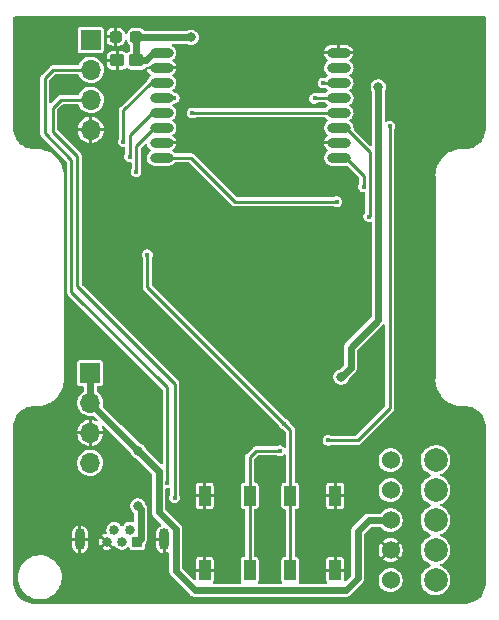
<source format=gtl>
%TF.GenerationSoftware,KiCad,Pcbnew,(5.99.0-6613-ge739d5ba65)*%
%TF.CreationDate,2020-11-02T18:56:01+01:00*%
%TF.ProjectId,e28_tx,6532385f-7478-42e6-9b69-6361645f7063,rev?*%
%TF.SameCoordinates,PX5f5e100PY8f0d180*%
%TF.FileFunction,Copper,L1,Top*%
%TF.FilePolarity,Positive*%
%FSLAX46Y46*%
G04 Gerber Fmt 4.6, Leading zero omitted, Abs format (unit mm)*
G04 Created by KiCad (PCBNEW (5.99.0-6613-ge739d5ba65)) date 2020-11-02 18:56:01*
%MOMM*%
%LPD*%
G01*
G04 APERTURE LIST*
G04 Aperture macros list*
%AMRoundRect*
0 Rectangle with rounded corners*
0 $1 Rounding radius*
0 $2 $3 $4 $5 $6 $7 $8 $9 X,Y pos of 4 corners*
0 Add a 4 corners polygon primitive as box body*
4,1,4,$2,$3,$4,$5,$6,$7,$8,$9,$2,$3,0*
0 Add four circle primitives for the rounded corners*
1,1,$1+$1,$2,$3,0*
1,1,$1+$1,$4,$5,0*
1,1,$1+$1,$6,$7,0*
1,1,$1+$1,$8,$9,0*
0 Add four rect primitives between the rounded corners*
20,1,$1+$1,$2,$3,$4,$5,0*
20,1,$1+$1,$4,$5,$6,$7,0*
20,1,$1+$1,$6,$7,$8,$9,0*
20,1,$1+$1,$8,$9,$2,$3,0*%
G04 Aperture macros list end*
%TA.AperFunction,ComponentPad*%
%ADD10R,0.840000X0.840000*%
%TD*%
%TA.AperFunction,ComponentPad*%
%ADD11C,0.840000*%
%TD*%
%TA.AperFunction,ComponentPad*%
%ADD12O,0.850000X1.850000*%
%TD*%
%TA.AperFunction,SMDPad,CuDef*%
%ADD13RoundRect,0.250000X0.375000X0.275000X-0.375000X0.275000X-0.375000X-0.275000X0.375000X-0.275000X0*%
%TD*%
%TA.AperFunction,SMDPad,CuDef*%
%ADD14R,1.000000X1.700000*%
%TD*%
%TA.AperFunction,SMDPad,CuDef*%
%ADD15RoundRect,0.237500X0.287500X0.237500X-0.287500X0.237500X-0.287500X-0.237500X0.287500X-0.237500X0*%
%TD*%
%TA.AperFunction,SMDPad,CuDef*%
%ADD16O,2.000000X0.800000*%
%TD*%
%TA.AperFunction,ComponentPad*%
%ADD17R,1.700000X1.700000*%
%TD*%
%TA.AperFunction,ComponentPad*%
%ADD18O,1.700000X1.700000*%
%TD*%
%TA.AperFunction,ComponentPad*%
%ADD19C,2.000000*%
%TD*%
%TA.AperFunction,ComponentPad*%
%ADD20C,1.524000*%
%TD*%
%TA.AperFunction,ViaPad*%
%ADD21C,0.400000*%
%TD*%
%TA.AperFunction,ViaPad*%
%ADD22C,0.800000*%
%TD*%
%TA.AperFunction,Conductor*%
%ADD23C,0.600000*%
%TD*%
%TA.AperFunction,Conductor*%
%ADD24C,0.250000*%
%TD*%
G04 APERTURE END LIST*
D10*
%TO.P,J1,1,VBUS*%
%TO.N,Net-(D1-Pad2)*%
X10750000Y5500000D03*
D11*
%TO.P,J1,2,D-*%
%TO.N,/D-*%
X10100000Y6500000D03*
%TO.P,J1,3,D+*%
%TO.N,/D+*%
X9450000Y5500000D03*
%TO.P,J1,4,ID*%
%TO.N,N/C*%
X8800000Y6500000D03*
%TO.P,J1,5,GND*%
%TO.N,GND*%
X8150000Y5500000D03*
D12*
%TO.P,J1,6,Shield*%
X13025000Y5720000D03*
X5875000Y5720000D03*
%TD*%
D13*
%TO.P,C8,1*%
%TO.N,+3V3*%
X10650000Y46250000D03*
%TO.P,C8,2*%
%TO.N,GND*%
X9050000Y46250000D03*
%TD*%
D14*
%TO.P,SW2,1,1*%
%TO.N,/BOOT*%
X23700000Y9400000D03*
X23700000Y3100000D03*
%TO.P,SW2,2,2*%
%TO.N,GND*%
X27500000Y9400000D03*
X27500000Y3100000D03*
%TD*%
D15*
%TO.P,C9,1*%
%TO.N,+3V3*%
X10675000Y48250000D03*
%TO.P,C9,2*%
%TO.N,GND*%
X8925000Y48250000D03*
%TD*%
D16*
%TO.P,U4,1,VCC*%
%TO.N,+3V3*%
X12800000Y46890000D03*
%TO.P,U4,2,GND*%
%TO.N,GND*%
X12800000Y45620000D03*
%TO.P,U4,3,MISO_TX*%
%TO.N,/MISO*%
X12800000Y44350000D03*
%TO.P,U4,4,MOSI_RX*%
%TO.N,/MOSI*%
X12800000Y43080000D03*
%TO.P,U4,5,SCK_RSTN*%
%TO.N,/SCK*%
X12800000Y41810000D03*
%TO.P,U4,6,NSS_CTS*%
%TO.N,/NSS*%
X12800000Y40540000D03*
%TO.P,U4,7,GND*%
%TO.N,GND*%
X12800000Y39270000D03*
%TO.P,U4,8,RX_EN*%
%TO.N,/RXEN*%
X12800000Y38000000D03*
%TO.P,U4,9,TX_EN*%
%TO.N,/TXEN*%
X27800000Y38000000D03*
%TO.P,U4,10,GND*%
%TO.N,GND*%
X27800000Y39270000D03*
%TO.P,U4,11,NRESET*%
%TO.N,/RESET*%
X27800000Y40540000D03*
%TO.P,U4,12,BUSY*%
%TO.N,/BUSY*%
X27800000Y41810000D03*
%TO.P,U4,13,DIO1*%
%TO.N,/DIO1*%
X27800000Y43080000D03*
%TO.P,U4,14,DIO2*%
%TO.N,/DIO2*%
X27800000Y44350000D03*
%TO.P,U4,15,DIO3*%
%TO.N,N/C*%
X27800000Y45620000D03*
%TO.P,U4,16,GND*%
%TO.N,GND*%
X27800000Y46890000D03*
%TD*%
D17*
%TO.P,J4,1,Pin_1*%
%TO.N,/VBAT*%
X6750000Y19810000D03*
D18*
%TO.P,J4,2,Pin_2*%
X6750000Y17270000D03*
%TO.P,J4,3,Pin_3*%
%TO.N,GND*%
X6750000Y14730000D03*
%TO.P,J4,4,Pin_4*%
%TO.N,+3V3*%
X6750000Y12190000D03*
%TD*%
D14*
%TO.P,SW1,1,1*%
%TO.N,GND*%
X16450000Y3100000D03*
X16450000Y9400000D03*
%TO.P,SW1,2,2*%
%TO.N,/RST*%
X20250000Y9400000D03*
X20250000Y3100000D03*
%TD*%
D17*
%TO.P,J3,1,Pin_1*%
%TO.N,N/C*%
X6800000Y48000000D03*
D18*
%TO.P,J3,2,Pin_2*%
%TO.N,/TX*%
X6800000Y45460000D03*
%TO.P,J3,3,Pin_3*%
%TO.N,/RX*%
X6800000Y42920000D03*
%TO.P,J3,4,Pin_4*%
%TO.N,GND*%
X6800000Y40380000D03*
%TD*%
D19*
%TO.P,J2,*%
%TO.N,*%
X36000000Y7330000D03*
X36000000Y9870000D03*
X36000000Y2250000D03*
X36000000Y12410000D03*
X36000000Y4790000D03*
D20*
%TO.P,J2,1,Pin_1*%
%TO.N,N/C*%
X32190000Y12410000D03*
%TO.P,J2,2,Pin_2*%
X32190000Y9870000D03*
%TO.P,J2,3,Pin_3*%
%TO.N,/VBAT*%
X32190000Y7330000D03*
%TO.P,J2,4,Pin_4*%
%TO.N,GND*%
X32190000Y4790000D03*
%TO.P,J2,5,Pin_5*%
%TO.N,/SPORT*%
X32190000Y2250000D03*
%TD*%
D21*
%TO.N,GND*%
X31500000Y17000000D03*
X39500000Y49000000D03*
X35500000Y41000000D03*
X9000000Y1000000D03*
X23500000Y49000000D03*
X1000000Y1000000D03*
X19500000Y29000000D03*
X19500000Y49000000D03*
X4980018Y8980018D03*
X35500000Y17000000D03*
X19500000Y41000000D03*
X5000000Y13000000D03*
X15500000Y49000000D03*
X15500000Y37000000D03*
X9000000Y37000000D03*
X19500000Y33000000D03*
X19500000Y5000000D03*
X35500000Y29000000D03*
X35500000Y21000000D03*
X19500000Y45000000D03*
X1000000Y49000000D03*
X15500000Y45000000D03*
X1000000Y9000000D03*
X27500000Y29000000D03*
X9000000Y25000000D03*
X9000000Y29000000D03*
X5000000Y1000000D03*
X23500000Y17000000D03*
X35500000Y25000000D03*
X39500000Y45000000D03*
X5000000Y21000000D03*
X23500000Y45000000D03*
X9000000Y9000000D03*
X1000000Y13000000D03*
X23500000Y21000000D03*
X23500000Y33000000D03*
X5000000Y49000000D03*
X15500000Y29000000D03*
X35500000Y49000000D03*
X23000000Y5000000D03*
X35500000Y37000000D03*
X35500000Y33000000D03*
X5000000Y44831000D03*
X5000000Y41000000D03*
X39500000Y1000000D03*
X1000000Y5000000D03*
X35500000Y45000000D03*
X13000000Y1000000D03*
X15500000Y25000000D03*
X9000000Y33000000D03*
X39500000Y5000000D03*
X39500000Y41000000D03*
X15500000Y5000000D03*
X23500000Y29000000D03*
X1000000Y41000000D03*
X23500000Y25000000D03*
X5000000Y25000000D03*
X1000000Y45000000D03*
X5000000Y5000000D03*
X19500000Y37211000D03*
X15500000Y41000000D03*
D22*
%TO.N,+3V3*%
X31150000Y44000000D03*
X28000000Y19450000D03*
X15300000Y48200000D03*
D21*
%TO.N,/RST*%
X22800000Y13200000D03*
X32100000Y40700000D03*
X26900000Y14100000D03*
D22*
%TO.N,Net-(D1-Pad2)*%
X10800000Y8525000D03*
%TO.N,/VBAT*%
X10810000Y13210000D03*
D21*
%TO.N,/RX*%
X13900000Y9225000D03*
%TO.N,/TX*%
X13275000Y10500000D03*
%TO.N,/BOOT*%
X23200000Y15475000D03*
X11600000Y29800000D03*
%TO.N,/MOSI*%
X13875000Y43075000D03*
%TO.N,/BUSY*%
X15400000Y41800000D03*
%TO.N,/MISO*%
X9575000Y39375000D03*
%TO.N,/SCK*%
X10100000Y38100000D03*
%TO.N,/NSS*%
X10650000Y36825000D03*
%TO.N,/DIO1*%
X25750000Y43050000D03*
%TO.N,/DIO2*%
X26500000Y44350000D03*
%TO.N,/RESET*%
X30349990Y33025000D03*
%TO.N,/RXEN*%
X27625000Y34300000D03*
%TO.N,/TXEN*%
X29899979Y35550000D03*
%TD*%
D23*
%TO.N,+3V3*%
X15300000Y48200000D02*
X10725000Y48200000D01*
X12090000Y46890000D02*
X11450000Y46250000D01*
X11450000Y46250000D02*
X10650000Y46250000D01*
X31150000Y24300000D02*
X31150000Y44000000D01*
X28800000Y20250000D02*
X28800000Y21950000D01*
X28000000Y19450000D02*
X28800000Y20250000D01*
X10675000Y48250000D02*
X10675000Y46275000D01*
X28800000Y21950000D02*
X31150000Y24300000D01*
X12800000Y46890000D02*
X12090000Y46890000D01*
D24*
%TO.N,/RST*%
X20800000Y13200000D02*
X22800000Y13200000D01*
X26900000Y14100000D02*
X29400000Y14100000D01*
X29400000Y14100000D02*
X32100000Y16800000D01*
X20250000Y12650000D02*
X20250000Y9400000D01*
X32100000Y16800000D02*
X32100000Y40700000D01*
X20800000Y13200000D02*
X20250000Y12650000D01*
X20250000Y3100000D02*
X20250000Y9400000D01*
D23*
%TO.N,Net-(D1-Pad2)*%
X11020001Y8304999D02*
X10800000Y8525000D01*
X10750000Y5500000D02*
X11020001Y5770001D01*
X11020001Y5770001D02*
X11020001Y8304999D01*
%TO.N,/VBAT*%
X30330000Y7330000D02*
X29400000Y6400000D01*
X15600000Y1400000D02*
X14000000Y3000000D01*
X12553161Y8000000D02*
X12553161Y11466839D01*
X10810000Y13210000D02*
X6750000Y17270000D01*
X14000000Y6553161D02*
X12553161Y8000000D01*
X28400000Y1400000D02*
X15600000Y1400000D01*
X14000000Y3000000D02*
X14000000Y6553161D01*
X29400000Y2400000D02*
X28400000Y1400000D01*
X6750000Y17270000D02*
X6750000Y19810000D01*
X32190000Y7330000D02*
X30330000Y7330000D01*
X29400000Y6400000D02*
X29400000Y2400000D01*
X12553161Y11466839D02*
X10810000Y13210000D01*
D24*
%TO.N,/RX*%
X3575000Y40225000D02*
X3575000Y42250000D01*
X4245000Y42920000D02*
X6800000Y42920000D01*
X13900000Y9225000D02*
X13900000Y18900000D01*
X13900000Y18900000D02*
X5675000Y27125000D01*
X3575000Y42250000D02*
X4245000Y42920000D01*
X5675000Y38125000D02*
X3575000Y40225000D01*
X5675000Y27125000D02*
X5675000Y38125000D01*
%TO.N,/TX*%
X5175000Y37800000D02*
X2900000Y40075000D01*
X13275000Y10500000D02*
X13275000Y18575000D01*
X2900000Y44750000D02*
X3610000Y45460000D01*
X2900000Y40075000D02*
X2900000Y44750000D01*
X5175000Y26675000D02*
X5175000Y37800000D01*
X3610000Y45460000D02*
X6800000Y45460000D01*
X13275000Y18575000D02*
X5175000Y26675000D01*
%TO.N,/BOOT*%
X23700000Y3100000D02*
X23700000Y9400000D01*
X23700000Y9400000D02*
X23700000Y14975000D01*
X23200000Y15475000D02*
X11600000Y27075000D01*
X11600000Y27075000D02*
X11600000Y29800000D01*
X23700000Y14975000D02*
X23200000Y15475000D01*
%TO.N,/MOSI*%
X13870000Y43080000D02*
X13875000Y43075000D01*
X12800000Y43080000D02*
X13870000Y43080000D01*
%TO.N,/BUSY*%
X15410000Y41810000D02*
X15400000Y41800000D01*
X27800000Y41810000D02*
X15410000Y41810000D01*
%TO.N,/MISO*%
X9575000Y42025000D02*
X11900000Y44350000D01*
X9575000Y39375000D02*
X9575000Y42025000D01*
X11900000Y44350000D02*
X12800000Y44350000D01*
%TO.N,/SCK*%
X10100000Y38100000D02*
X10100000Y39900000D01*
X10100000Y39900000D02*
X12010000Y41810000D01*
%TO.N,/NSS*%
X10650000Y36825000D02*
X10650000Y38990000D01*
X10650000Y38990000D02*
X12200000Y40540000D01*
%TO.N,/DIO1*%
X25780000Y43080000D02*
X27800000Y43080000D01*
X25780000Y43080000D02*
X25750000Y43050000D01*
%TO.N,/DIO2*%
X26500000Y44350000D02*
X27800000Y44350000D01*
%TO.N,/RESET*%
X30424989Y33099999D02*
X30349990Y33025000D01*
X28400000Y40540000D02*
X30424989Y38515011D01*
X30424989Y38515011D02*
X30424989Y33099999D01*
%TO.N,/RXEN*%
X19015000Y34285000D02*
X27610000Y34285000D01*
X15300000Y38000000D02*
X19015000Y34285000D01*
X27610000Y34285000D02*
X27625000Y34300000D01*
X15300000Y38000000D02*
X12800000Y38000000D01*
%TO.N,/TXEN*%
X28400000Y38000000D02*
X29899979Y36500021D01*
X29899979Y36500021D02*
X29899979Y35550000D01*
%TD*%
%TA.AperFunction,Conductor*%
%TO.N,GND*%
G36*
X40205192Y49981093D02*
G01*
X40241156Y49931593D01*
X40246001Y49901002D01*
X40246000Y45205195D01*
X40246000Y40561156D01*
X40243730Y40540077D01*
X40241501Y40529848D01*
X40240470Y40473219D01*
X40238848Y40384180D01*
X40237856Y40371894D01*
X40204019Y40136549D01*
X40201017Y40122747D01*
X40135809Y39900666D01*
X40134946Y39897728D01*
X40130011Y39884497D01*
X40060636Y39732588D01*
X40032595Y39671188D01*
X40025827Y39658792D01*
X39954445Y39547719D01*
X39899048Y39461520D01*
X39890585Y39450213D01*
X39737004Y39272969D01*
X39727027Y39262993D01*
X39610368Y39161907D01*
X39549799Y39109424D01*
X39538491Y39100959D01*
X39341208Y38974174D01*
X39328822Y38967410D01*
X39115499Y38869988D01*
X39102275Y38865056D01*
X38877258Y38798984D01*
X38863455Y38795982D01*
X38628106Y38762144D01*
X38615820Y38761152D01*
X38556945Y38760080D01*
X38470152Y38758499D01*
X38459924Y38756270D01*
X38438844Y38754000D01*
X38309324Y38754000D01*
X38291782Y38755567D01*
X38289949Y38755897D01*
X38270415Y38759414D01*
X38265563Y38759326D01*
X38265558Y38759326D01*
X38114248Y38756570D01*
X38107148Y38756696D01*
X38100026Y38757078D01*
X38100019Y38757078D01*
X38095163Y38757338D01*
X38090349Y38756646D01*
X38086762Y38756486D01*
X38085694Y38756400D01*
X38082153Y38755986D01*
X38077295Y38755897D01*
X38072543Y38754861D01*
X38072539Y38754861D01*
X38065550Y38753338D01*
X38058562Y38752076D01*
X37795629Y38714272D01*
X37790363Y38713658D01*
X37787831Y38713431D01*
X37775486Y38712327D01*
X37770822Y38710957D01*
X37769112Y38710633D01*
X37767407Y38710214D01*
X37762599Y38709523D01*
X37758019Y38707907D01*
X37758010Y38707905D01*
X37748530Y38704560D01*
X37743500Y38702935D01*
X37598124Y38660248D01*
X37485134Y38627071D01*
X37480011Y38625715D01*
X37470206Y38623398D01*
X37470198Y38623395D01*
X37465470Y38622278D01*
X37461045Y38620257D01*
X37459384Y38619688D01*
X37457768Y38619036D01*
X37453112Y38617668D01*
X37439856Y38610734D01*
X37435175Y38608443D01*
X37190192Y38496563D01*
X37185337Y38494501D01*
X37175954Y38490809D01*
X37175949Y38490807D01*
X37171424Y38489026D01*
X37167336Y38486399D01*
X37165788Y38485607D01*
X37164267Y38484723D01*
X37159847Y38482704D01*
X37155908Y38479863D01*
X37155902Y38479860D01*
X37147735Y38473970D01*
X37143352Y38470985D01*
X36916849Y38325422D01*
X36912320Y38322679D01*
X36903560Y38317690D01*
X36899333Y38315283D01*
X36895660Y38312100D01*
X36894255Y38311106D01*
X36892872Y38310012D01*
X36888775Y38307379D01*
X36885274Y38304000D01*
X36885272Y38303999D01*
X36878031Y38297012D01*
X36874120Y38293436D01*
X36794161Y38224151D01*
X36670628Y38117109D01*
X36666541Y38113755D01*
X36658580Y38107571D01*
X36658579Y38107570D01*
X36654738Y38104586D01*
X36651552Y38100909D01*
X36650298Y38099720D01*
X36649091Y38098447D01*
X36645413Y38095260D01*
X36636248Y38083462D01*
X36632913Y38079398D01*
X36462497Y37882727D01*
X36456572Y37875889D01*
X36452997Y37871980D01*
X36446002Y37864730D01*
X36445999Y37864726D01*
X36442621Y37861225D01*
X36439989Y37857129D01*
X36438915Y37855771D01*
X36437907Y37854347D01*
X36434717Y37850666D01*
X36427334Y37837700D01*
X36424589Y37833167D01*
X36279016Y37606648D01*
X36276043Y37602282D01*
X36267296Y37590153D01*
X36265270Y37585716D01*
X36264393Y37584208D01*
X36263607Y37582672D01*
X36260974Y37578575D01*
X36255512Y37564692D01*
X36253441Y37559816D01*
X36141583Y37314880D01*
X36139251Y37310116D01*
X36132331Y37296888D01*
X36130961Y37292223D01*
X36130315Y37290622D01*
X36129744Y37288958D01*
X36127722Y37284530D01*
X36126604Y37279799D01*
X36124289Y37270004D01*
X36122933Y37264882D01*
X36047071Y37006520D01*
X36045443Y37001478D01*
X36040477Y36987401D01*
X36039784Y36982586D01*
X36039365Y36980879D01*
X36039042Y36979177D01*
X36037673Y36974513D01*
X36037240Y36969674D01*
X36036340Y36959622D01*
X36035726Y36954361D01*
X35997925Y36691437D01*
X35996667Y36684469D01*
X35994103Y36672705D01*
X35994014Y36667848D01*
X35993602Y36664322D01*
X35993514Y36663239D01*
X35993354Y36659649D01*
X35992662Y36654836D01*
X35992922Y36649980D01*
X35992922Y36649972D01*
X35993304Y36642851D01*
X35993430Y36635751D01*
X35991160Y36511081D01*
X35990586Y36479585D01*
X35992801Y36467281D01*
X35994434Y36458212D01*
X35996001Y36440670D01*
X35996000Y19309324D01*
X35994433Y19291783D01*
X35990586Y19270415D01*
X35990674Y19265563D01*
X35990674Y19265558D01*
X35993430Y19114249D01*
X35993304Y19107149D01*
X35992922Y19100028D01*
X35992922Y19100020D01*
X35992662Y19095164D01*
X35993354Y19090351D01*
X35993514Y19086761D01*
X35993602Y19085678D01*
X35994014Y19082152D01*
X35994103Y19077295D01*
X35996663Y19065550D01*
X35997923Y19058572D01*
X36012704Y18955770D01*
X36035726Y18795639D01*
X36036340Y18790378D01*
X36037673Y18775487D01*
X36039042Y18770823D01*
X36039365Y18769121D01*
X36039784Y18767414D01*
X36040477Y18762599D01*
X36042093Y18758019D01*
X36042093Y18758018D01*
X36045443Y18748522D01*
X36047071Y18743480D01*
X36122933Y18485118D01*
X36124285Y18480011D01*
X36127722Y18465470D01*
X36129744Y18461042D01*
X36130315Y18459378D01*
X36130961Y18457777D01*
X36132331Y18453112D01*
X36134585Y18448804D01*
X36139251Y18439884D01*
X36141583Y18435120D01*
X36253441Y18190184D01*
X36255500Y18185337D01*
X36260974Y18171425D01*
X36263607Y18167328D01*
X36264393Y18165792D01*
X36265270Y18164284D01*
X36267296Y18159847D01*
X36276031Y18147735D01*
X36279016Y18143352D01*
X36424589Y17916833D01*
X36427322Y17912320D01*
X36434717Y17899334D01*
X36437907Y17895653D01*
X36438915Y17894229D01*
X36439989Y17892871D01*
X36442621Y17888775D01*
X36445999Y17885274D01*
X36446002Y17885270D01*
X36452997Y17878020D01*
X36456564Y17874120D01*
X36632913Y17670602D01*
X36636246Y17666541D01*
X36645413Y17654740D01*
X36649091Y17651553D01*
X36650298Y17650280D01*
X36651552Y17649091D01*
X36654738Y17645414D01*
X36658578Y17642431D01*
X36658580Y17642429D01*
X36666541Y17636245D01*
X36670628Y17632891D01*
X36731257Y17580356D01*
X36874120Y17456564D01*
X36878031Y17452988D01*
X36885271Y17446002D01*
X36888775Y17442621D01*
X36892872Y17439988D01*
X36894255Y17438894D01*
X36895660Y17437900D01*
X36899333Y17434717D01*
X36903558Y17432311D01*
X36912320Y17427321D01*
X36916849Y17424578D01*
X37143352Y17279015D01*
X37147735Y17276030D01*
X37155902Y17270140D01*
X37155908Y17270137D01*
X37159847Y17267296D01*
X37164267Y17265277D01*
X37165788Y17264393D01*
X37167336Y17263601D01*
X37171424Y17260974D01*
X37175949Y17259193D01*
X37175954Y17259191D01*
X37185337Y17255499D01*
X37190184Y17253441D01*
X37435175Y17141557D01*
X37439856Y17139266D01*
X37453112Y17132332D01*
X37457768Y17130964D01*
X37459384Y17130312D01*
X37461045Y17129743D01*
X37465470Y17127722D01*
X37470198Y17126605D01*
X37470206Y17126602D01*
X37480011Y17124285D01*
X37485134Y17122929D01*
X37598124Y17089752D01*
X37743500Y17047065D01*
X37748530Y17045440D01*
X37758010Y17042095D01*
X37758019Y17042093D01*
X37762599Y17040477D01*
X37767407Y17039786D01*
X37769112Y17039367D01*
X37770822Y17039043D01*
X37775486Y17037673D01*
X37787831Y17036569D01*
X37790363Y17036342D01*
X37795629Y17035728D01*
X38058562Y16997924D01*
X38065550Y16996662D01*
X38072539Y16995139D01*
X38072543Y16995139D01*
X38077295Y16994103D01*
X38082153Y16994014D01*
X38085694Y16993600D01*
X38086762Y16993514D01*
X38090349Y16993354D01*
X38095163Y16992662D01*
X38100019Y16992922D01*
X38100026Y16992922D01*
X38107148Y16993304D01*
X38114248Y16993430D01*
X38265558Y16990674D01*
X38265563Y16990674D01*
X38270415Y16990586D01*
X38291783Y16994433D01*
X38309324Y16996000D01*
X38438844Y16996000D01*
X38459923Y16993730D01*
X38470152Y16991501D01*
X38556945Y16989920D01*
X38615820Y16988848D01*
X38628106Y16987856D01*
X38863455Y16954018D01*
X38877258Y16951016D01*
X39102275Y16884944D01*
X39115499Y16880012D01*
X39328822Y16782590D01*
X39341208Y16775826D01*
X39538491Y16649041D01*
X39549799Y16640576D01*
X39583672Y16611225D01*
X39727027Y16487007D01*
X39737004Y16477031D01*
X39879816Y16312215D01*
X39890584Y16299788D01*
X39899047Y16288481D01*
X39981015Y16160937D01*
X40025826Y16091209D01*
X40032595Y16078812D01*
X40105012Y15920243D01*
X40130009Y15865507D01*
X40134945Y15852276D01*
X40173387Y15721354D01*
X40201017Y15627253D01*
X40204019Y15613451D01*
X40237856Y15378106D01*
X40238848Y15365820D01*
X40239290Y15341577D01*
X40241501Y15220152D01*
X40243569Y15210663D01*
X40243731Y15209920D01*
X40246001Y15188840D01*
X40246000Y2061156D01*
X40243730Y2040077D01*
X40241501Y2029848D01*
X40240980Y2001220D01*
X40238848Y1884180D01*
X40237856Y1871894D01*
X40204019Y1636549D01*
X40201017Y1622747D01*
X40139943Y1414745D01*
X40134946Y1397728D01*
X40130011Y1384497D01*
X40047174Y1203112D01*
X40032595Y1171188D01*
X40025827Y1158792D01*
X39903790Y968898D01*
X39899048Y961520D01*
X39890585Y950213D01*
X39737004Y772969D01*
X39727027Y762993D01*
X39598036Y651221D01*
X39549799Y609424D01*
X39538491Y600959D01*
X39341208Y474174D01*
X39328822Y467410D01*
X39115499Y369988D01*
X39102275Y365056D01*
X38877258Y298984D01*
X38863455Y295982D01*
X38628106Y262144D01*
X38615820Y261152D01*
X38556945Y260080D01*
X38470152Y258499D01*
X38459924Y256270D01*
X38438844Y254000D01*
X2061156Y254000D01*
X2040076Y256270D01*
X2029848Y258499D01*
X1943055Y260080D01*
X1884180Y261152D01*
X1871894Y262144D01*
X1636549Y295981D01*
X1622747Y298983D01*
X1622744Y298984D01*
X1397724Y365055D01*
X1384497Y369989D01*
X1171188Y467405D01*
X1158791Y474174D01*
X961520Y600952D01*
X950212Y609416D01*
X930923Y626130D01*
X772969Y762996D01*
X762991Y772975D01*
X638509Y916635D01*
X609424Y950201D01*
X600959Y961509D01*
X474174Y1158792D01*
X467405Y1171188D01*
X369988Y1384501D01*
X365056Y1397725D01*
X298984Y1622742D01*
X295982Y1636545D01*
X262144Y1871894D01*
X261152Y1884180D01*
X259020Y2001220D01*
X258499Y2029848D01*
X256270Y2040077D01*
X254000Y2061156D01*
X254000Y2415670D01*
X642914Y2415670D01*
X643335Y2412114D01*
X643335Y2412112D01*
X652827Y2331912D01*
X674539Y2148472D01*
X675469Y2145013D01*
X675470Y2145008D01*
X701120Y2049613D01*
X744404Y1888637D01*
X745826Y1885344D01*
X745827Y1885340D01*
X777453Y1812082D01*
X851047Y1641609D01*
X992232Y1412564D01*
X994531Y1409819D01*
X994532Y1409818D01*
X1147984Y1226617D01*
X1165003Y1206298D01*
X1204341Y1171188D01*
X1354263Y1037378D01*
X1365740Y1027134D01*
X1590238Y878823D01*
X1593476Y877303D01*
X1593481Y877300D01*
X1732233Y812156D01*
X1833794Y764474D01*
X2091306Y686481D01*
X2224342Y666480D01*
X2353839Y647011D01*
X2353842Y647011D01*
X2357379Y646479D01*
X2360955Y646463D01*
X2360960Y646463D01*
X2503515Y645841D01*
X2626440Y645305D01*
X2709408Y657039D01*
X2889293Y682480D01*
X2889300Y682481D01*
X2892853Y682984D01*
X2896292Y683993D01*
X2896297Y683994D01*
X3147598Y757717D01*
X3147603Y757719D01*
X3151036Y758726D01*
X3154292Y760220D01*
X3154297Y760222D01*
X3331371Y841481D01*
X3395580Y870946D01*
X3410961Y880915D01*
X3532610Y959764D01*
X3621364Y1017291D01*
X3823656Y1194697D01*
X3986549Y1385758D01*
X3995897Y1396722D01*
X3995898Y1396723D01*
X3998221Y1399448D01*
X4006465Y1412564D01*
X4139493Y1624217D01*
X4139496Y1624223D01*
X4141400Y1627252D01*
X4145509Y1636545D01*
X4237737Y1845163D01*
X4250194Y1873340D01*
X4259488Y1906738D01*
X4321362Y2129096D01*
X4321363Y2129103D01*
X4322324Y2132555D01*
X4347915Y2333716D01*
X4355968Y2397012D01*
X4355968Y2397018D01*
X4356280Y2399467D01*
X4356347Y2401934D01*
X4358934Y2497547D01*
X4358934Y2497554D01*
X4359000Y2500000D01*
X4339528Y2768358D01*
X4333961Y2793577D01*
X4309711Y2903414D01*
X4281522Y3031095D01*
X4264613Y3075727D01*
X4225323Y3179430D01*
X4186195Y3282706D01*
X4106333Y3426484D01*
X4057289Y3514781D01*
X4057286Y3514785D01*
X4055545Y3517920D01*
X4042194Y3535415D01*
X3894485Y3728960D01*
X3894484Y3728962D01*
X3892309Y3731811D01*
X3699906Y3919897D01*
X3482367Y4078238D01*
X3244249Y4203518D01*
X2990540Y4293112D01*
X2915004Y4308000D01*
X2730072Y4344450D01*
X2730069Y4344450D01*
X2726555Y4345143D01*
X2722982Y4345321D01*
X2722981Y4345321D01*
X2592190Y4351832D01*
X2457824Y4358522D01*
X2454262Y4358182D01*
X2454255Y4358182D01*
X2193547Y4333308D01*
X2193542Y4333307D01*
X2189977Y4332967D01*
X1928624Y4269014D01*
X1679241Y4168003D01*
X1676148Y4166192D01*
X1676146Y4166191D01*
X1528778Y4079904D01*
X1447051Y4032051D01*
X1236919Y3864004D01*
X1053246Y3667383D01*
X899881Y3446308D01*
X898286Y3443103D01*
X898283Y3443097D01*
X781634Y3208624D01*
X780035Y3205409D01*
X778917Y3201998D01*
X778916Y3201996D01*
X697650Y2954094D01*
X696220Y2949733D01*
X650192Y2684635D01*
X642914Y2415670D01*
X254000Y2415670D01*
X254000Y5584758D01*
X5196000Y5584758D01*
X5196000Y5181672D01*
X5196359Y5175716D01*
X5210027Y5062766D01*
X5212852Y5051265D01*
X5266727Y4908691D01*
X5272217Y4898189D01*
X5358544Y4772581D01*
X5366380Y4763694D01*
X5480179Y4662302D01*
X5489903Y4655543D01*
X5624600Y4584225D01*
X5635669Y4579976D01*
X5732791Y4555581D01*
X5745329Y4556436D01*
X5748000Y4565718D01*
X5748000Y4567829D01*
X6001999Y4567829D01*
X6005935Y4555714D01*
X6015314Y4555346D01*
X6107620Y4577506D01*
X6118726Y4581637D01*
X6254158Y4651538D01*
X6263962Y4658201D01*
X6378816Y4758394D01*
X6386740Y4767194D01*
X6474381Y4891894D01*
X6479979Y4902333D01*
X6494743Y4940203D01*
X7774988Y4940203D01*
X7782480Y4932513D01*
X7894799Y4871529D01*
X7905816Y4867167D01*
X8052070Y4828798D01*
X8063820Y4827188D01*
X8215011Y4824814D01*
X8226791Y4826052D01*
X8374181Y4859808D01*
X8385338Y4863825D01*
X8520417Y4931763D01*
X8521480Y4932469D01*
X8526298Y4940332D01*
X8526048Y4943508D01*
X8524360Y4946035D01*
X8161086Y5309309D01*
X8157080Y5311350D01*
X8133194Y5303589D01*
X7780369Y4950764D01*
X7774988Y4940203D01*
X6494743Y4940203D01*
X6535345Y5044341D01*
X6538290Y5055810D01*
X6553577Y5171932D01*
X6554000Y5178387D01*
X6554000Y5501173D01*
X7471692Y5501173D01*
X7488285Y5350884D01*
X7490992Y5339343D01*
X7542956Y5197344D01*
X7548336Y5186787D01*
X7583334Y5134703D01*
X7593832Y5126471D01*
X7593949Y5126467D01*
X7601016Y5130621D01*
X7959309Y5488914D01*
X7961350Y5492920D01*
X7953589Y5516806D01*
X7603104Y5867291D01*
X7591221Y5873345D01*
X7590552Y5873239D01*
X7585054Y5868469D01*
X7555030Y5825749D01*
X7549425Y5815297D01*
X7494500Y5674421D01*
X7491553Y5662944D01*
X7471817Y5513031D01*
X7471692Y5501173D01*
X6554000Y5501173D01*
X6554000Y5577320D01*
X6552610Y5581598D01*
X6530232Y5593000D01*
X6017680Y5593001D01*
X6004995Y5588879D01*
X6002000Y5584758D01*
X6001999Y4567829D01*
X5748000Y4567829D01*
X5748001Y5577320D01*
X5746611Y5581598D01*
X5724233Y5593000D01*
X5211680Y5593001D01*
X5198995Y5588879D01*
X5196000Y5584758D01*
X254000Y5584758D01*
X254000Y6261613D01*
X5196001Y6261613D01*
X5196001Y5862680D01*
X5197391Y5858402D01*
X5219769Y5847000D01*
X5732320Y5846999D01*
X5745005Y5851121D01*
X5748000Y5855242D01*
X5748000Y5862680D01*
X6001999Y5862680D01*
X6003389Y5858402D01*
X6025767Y5847000D01*
X6538320Y5846999D01*
X6551005Y5851121D01*
X6554000Y5855242D01*
X6554000Y6060302D01*
X7773137Y6060302D01*
X7773451Y6056828D01*
X7774860Y6054745D01*
X8697008Y5132597D01*
X8708891Y5126543D01*
X8709836Y5126692D01*
X8715009Y5131134D01*
X8720111Y5138234D01*
X8769422Y5174456D01*
X8830606Y5174776D01*
X8882677Y5135681D01*
X8936000Y5056327D01*
X8953503Y5040401D01*
X9052013Y4950764D01*
X9056668Y4946528D01*
X9200043Y4868682D01*
X9205817Y4867167D01*
X9205820Y4867166D01*
X9352070Y4828798D01*
X9357849Y4827282D01*
X9363818Y4827188D01*
X9363820Y4827188D01*
X9424388Y4826237D01*
X9520975Y4824720D01*
X9531751Y4827188D01*
X9674181Y4859808D01*
X9674186Y4859810D01*
X9680003Y4861142D01*
X9691981Y4867166D01*
X9774544Y4908691D01*
X9825753Y4934446D01*
X9933591Y5026549D01*
X9990117Y5049963D01*
X10049612Y5035680D01*
X10088986Y4989578D01*
X10090715Y4980885D01*
X10096131Y4972779D01*
X10096132Y4972777D01*
X10138953Y4908691D01*
X10146859Y4896859D01*
X10230885Y4840715D01*
X10330000Y4821000D01*
X11170000Y4821000D01*
X11269115Y4840715D01*
X11353141Y4896859D01*
X11409285Y4980885D01*
X11429000Y5080000D01*
X11429000Y5352439D01*
X11450850Y5413129D01*
X11451103Y5413362D01*
X11474882Y5451713D01*
X11480164Y5459399D01*
X11503363Y5489963D01*
X11507445Y5495341D01*
X11513933Y5511728D01*
X11521835Y5527440D01*
X11531130Y5542432D01*
X11543427Y5584758D01*
X12346000Y5584758D01*
X12346000Y5181672D01*
X12346359Y5175716D01*
X12360027Y5062766D01*
X12362852Y5051265D01*
X12416727Y4908691D01*
X12422217Y4898189D01*
X12508544Y4772581D01*
X12516380Y4763694D01*
X12630179Y4662302D01*
X12639903Y4655543D01*
X12774600Y4584225D01*
X12785669Y4579976D01*
X12882791Y4555581D01*
X12895329Y4556436D01*
X12898000Y4565718D01*
X12898001Y5577320D01*
X12896611Y5581598D01*
X12874233Y5593000D01*
X12361680Y5593001D01*
X12348995Y5588879D01*
X12346000Y5584758D01*
X11543427Y5584758D01*
X11543722Y5585773D01*
X11546736Y5594580D01*
X11563350Y5636541D01*
X11565192Y5654066D01*
X11568581Y5671339D01*
X11572053Y5683288D01*
X11572054Y5683295D01*
X11573499Y5688268D01*
X11574501Y5701913D01*
X11574501Y5737447D01*
X11575043Y5747795D01*
X11578519Y5780867D01*
X11579224Y5787575D01*
X11575887Y5807305D01*
X11574501Y5823815D01*
X11574501Y8295550D01*
X11574588Y8299695D01*
X11576734Y8350905D01*
X11577017Y8357653D01*
X11566713Y8401583D01*
X11565015Y8410746D01*
X11559806Y8448774D01*
X11559806Y8448775D01*
X11558890Y8455460D01*
X11551888Y8471641D01*
X11546364Y8488347D01*
X11543880Y8498938D01*
X11543879Y8498940D01*
X11542339Y8505507D01*
X11520603Y8545044D01*
X11516499Y8553420D01*
X11501257Y8588643D01*
X11501255Y8588646D01*
X11498577Y8594835D01*
X11493235Y8601433D01*
X11487481Y8608538D01*
X11477667Y8623143D01*
X11471676Y8634039D01*
X11469176Y8638587D01*
X11460236Y8648944D01*
X11460366Y8649056D01*
X11438853Y8688439D01*
X11438781Y8689011D01*
X11377924Y8842717D01*
X11309602Y8936755D01*
X11284414Y8971423D01*
X11284413Y8971424D01*
X11280755Y8976459D01*
X11275960Y8980425D01*
X11275958Y8980428D01*
X11208192Y9036488D01*
X11153378Y9081834D01*
X11147745Y9084485D01*
X11147743Y9084486D01*
X11064500Y9123657D01*
X11003797Y9152222D01*
X10841410Y9183199D01*
X10769040Y9178646D01*
X10682632Y9173209D01*
X10682630Y9173209D01*
X10676422Y9172818D01*
X10633652Y9158921D01*
X10525119Y9123657D01*
X10525116Y9123655D01*
X10519199Y9121733D01*
X10513946Y9118400D01*
X10513943Y9118398D01*
X10469684Y9090310D01*
X10379619Y9033153D01*
X10375359Y9028616D01*
X10375356Y9028614D01*
X10285475Y8932900D01*
X10266453Y8912644D01*
X10186812Y8767778D01*
X10145700Y8607657D01*
X10145700Y8442343D01*
X10186812Y8282222D01*
X10266453Y8137356D01*
X10270718Y8132814D01*
X10270719Y8132813D01*
X10375357Y8021385D01*
X10375359Y8021383D01*
X10379619Y8016847D01*
X10419549Y7991507D01*
X10458550Y7944364D01*
X10465502Y7907919D01*
X10465502Y7230156D01*
X10446595Y7171965D01*
X10397095Y7136001D01*
X10342384Y7134139D01*
X10334972Y7136001D01*
X10303414Y7143928D01*
X10190891Y7172192D01*
X10190888Y7172192D01*
X10185101Y7173646D01*
X10102679Y7174077D01*
X10027924Y7174469D01*
X10027922Y7174469D01*
X10021958Y7174500D01*
X9863320Y7136414D01*
X9718345Y7061588D01*
X9595405Y6954340D01*
X9591976Y6949461D01*
X9530827Y6862455D01*
X9481898Y6825719D01*
X9420720Y6824758D01*
X9368242Y6863306D01*
X9368066Y6863562D01*
X9309325Y6949031D01*
X9187515Y7057560D01*
X9179908Y7061588D01*
X9154290Y7075152D01*
X9043332Y7133901D01*
X8964217Y7153773D01*
X8890891Y7172192D01*
X8890888Y7172192D01*
X8885101Y7173646D01*
X8802679Y7174077D01*
X8727924Y7174469D01*
X8727922Y7174469D01*
X8721958Y7174500D01*
X8563320Y7136414D01*
X8418345Y7061588D01*
X8295405Y6954340D01*
X8201595Y6820862D01*
X8142332Y6668860D01*
X8141553Y6662945D01*
X8141553Y6662944D01*
X8139857Y6650059D01*
X8121037Y6507110D01*
X8121692Y6501177D01*
X8121692Y6501173D01*
X8126713Y6455695D01*
X8138940Y6344950D01*
X8150140Y6314345D01*
X8153158Y6306098D01*
X8155399Y6244954D01*
X8121273Y6194170D01*
X8071565Y6173733D01*
X8066157Y6173107D01*
X7919122Y6137807D01*
X7908016Y6133676D01*
X7776381Y6065735D01*
X7773137Y6060302D01*
X6554000Y6060302D01*
X6554000Y6258329D01*
X6553641Y6264285D01*
X6539973Y6377235D01*
X6537148Y6388736D01*
X6483273Y6531310D01*
X6477783Y6541812D01*
X6391456Y6667420D01*
X6383620Y6676307D01*
X6269821Y6777698D01*
X6260097Y6784457D01*
X6125400Y6855775D01*
X6114331Y6860024D01*
X6017209Y6884419D01*
X6004671Y6883564D01*
X6002000Y6874282D01*
X6001999Y5862680D01*
X5748000Y5862680D01*
X5748001Y6872171D01*
X5744065Y6884286D01*
X5734686Y6884654D01*
X5642380Y6862494D01*
X5631274Y6858363D01*
X5495842Y6788462D01*
X5486038Y6781799D01*
X5371185Y6681606D01*
X5363261Y6672806D01*
X5275620Y6548106D01*
X5270022Y6537667D01*
X5214656Y6395659D01*
X5211711Y6384190D01*
X5196424Y6268068D01*
X5196001Y6261613D01*
X254000Y6261613D01*
X254000Y12087561D01*
X5645741Y12087561D01*
X5646619Y12082939D01*
X5646619Y12082934D01*
X5666299Y11979279D01*
X5685034Y11880599D01*
X5762754Y11684801D01*
X5765294Y11680822D01*
X5873558Y11511206D01*
X5873562Y11511201D01*
X5876096Y11507231D01*
X6020971Y11354298D01*
X6024796Y11351555D01*
X6024800Y11351551D01*
X6139465Y11269308D01*
X6192151Y11231519D01*
X6268877Y11196148D01*
X6366608Y11151094D01*
X6383460Y11143325D01*
X6388027Y11142199D01*
X6388030Y11142198D01*
X6444080Y11128379D01*
X6587994Y11092897D01*
X6672415Y11088547D01*
X6793669Y11082298D01*
X6793674Y11082298D01*
X6798374Y11082056D01*
X6803035Y11082707D01*
X6803038Y11082707D01*
X7002341Y11110540D01*
X7002344Y11110541D01*
X7007008Y11111192D01*
X7011470Y11112715D01*
X7011473Y11112716D01*
X7201909Y11177731D01*
X7201912Y11177732D01*
X7206369Y11179254D01*
X7389263Y11283786D01*
X7549091Y11421017D01*
X7614829Y11503809D01*
X7677155Y11582303D01*
X7677157Y11582306D01*
X7680086Y11585995D01*
X7682266Y11590173D01*
X7775338Y11768583D01*
X7775340Y11768589D01*
X7777520Y11772767D01*
X7837879Y11974594D01*
X7838351Y11979279D01*
X7858743Y12181785D01*
X7858743Y12181795D01*
X7858985Y12184193D01*
X7859000Y12190000D01*
X7838992Y12399707D01*
X7779691Y12601847D01*
X7701741Y12753196D01*
X7685392Y12784939D01*
X7683235Y12789127D01*
X7589190Y12908852D01*
X7556019Y12951081D01*
X7556018Y12951082D01*
X7553107Y12954788D01*
X7394000Y13092854D01*
X7211655Y13198343D01*
X7053212Y13253364D01*
X7017101Y13265904D01*
X7017098Y13265905D01*
X7012654Y13267448D01*
X7007992Y13268124D01*
X6808844Y13296999D01*
X6808843Y13296999D01*
X6804174Y13297676D01*
X6799463Y13297458D01*
X6799462Y13297458D01*
X6598450Y13288154D01*
X6593741Y13287936D01*
X6388945Y13238580D01*
X6197177Y13151388D01*
X6193334Y13148662D01*
X6170578Y13132520D01*
X6025357Y13029508D01*
X5879683Y12877335D01*
X5765413Y12700362D01*
X5763655Y12696001D01*
X5763655Y12696000D01*
X5708453Y12559025D01*
X5686669Y12504973D01*
X5685768Y12500360D01*
X5685767Y12500356D01*
X5647196Y12302844D01*
X5646293Y12298219D01*
X5646281Y12293506D01*
X5645822Y12118312D01*
X5645741Y12087561D01*
X254000Y12087561D01*
X254000Y14590736D01*
X5652732Y14590736D01*
X5684155Y14425230D01*
X5686774Y14416217D01*
X5761014Y14229185D01*
X5765294Y14220822D01*
X5873558Y14051206D01*
X5879338Y14043809D01*
X6017730Y13897719D01*
X6024800Y13891551D01*
X6188325Y13774263D01*
X6196429Y13769547D01*
X6379182Y13685297D01*
X6388030Y13682198D01*
X6583424Y13634024D01*
X6592696Y13632655D01*
X6607341Y13631900D01*
X6620222Y13635363D01*
X6622672Y13638395D01*
X6623000Y13640169D01*
X6623000Y14579232D01*
X6877000Y14579232D01*
X6877000Y13648716D01*
X6881122Y13636031D01*
X6882404Y13635099D01*
X6888152Y13634593D01*
X7002335Y13650539D01*
X7011473Y13652716D01*
X7201909Y13717731D01*
X7210458Y13721591D01*
X7385172Y13821448D01*
X7392837Y13826855D01*
X7545512Y13957944D01*
X7552025Y13964712D01*
X7677155Y14122303D01*
X7682266Y14130173D01*
X7775338Y14308583D01*
X7778872Y14317288D01*
X7836529Y14510081D01*
X7838351Y14519279D01*
X7845210Y14587399D01*
X7842380Y14600434D01*
X7840435Y14602170D01*
X7836486Y14603000D01*
X6892680Y14603000D01*
X6888402Y14601610D01*
X6877000Y14579232D01*
X6623000Y14579232D01*
X6623000Y14587320D01*
X6621610Y14591598D01*
X6599232Y14603000D01*
X5666084Y14603000D01*
X5653399Y14598878D01*
X5653234Y14598652D01*
X5652732Y14590736D01*
X254000Y14590736D01*
X254000Y14872387D01*
X5652966Y14872387D01*
X5654579Y14859151D01*
X5654676Y14859047D01*
X5662577Y14857000D01*
X6607320Y14857000D01*
X6611598Y14858390D01*
X6623000Y14880768D01*
X6623000Y15813610D01*
X6618878Y15826295D01*
X6615612Y15828668D01*
X6614067Y15828877D01*
X6598449Y15828154D01*
X6589158Y15826832D01*
X6393528Y15779684D01*
X6384656Y15776630D01*
X6201467Y15693338D01*
X6193334Y15688662D01*
X6029200Y15572234D01*
X6022100Y15566105D01*
X5882941Y15420738D01*
X5877127Y15413376D01*
X5767966Y15244316D01*
X5763655Y15236000D01*
X5688427Y15049336D01*
X5685767Y15040356D01*
X5652966Y14872387D01*
X254000Y14872387D01*
X254000Y15188844D01*
X256270Y15209924D01*
X256431Y15210663D01*
X258499Y15220152D01*
X260710Y15341577D01*
X261152Y15365820D01*
X262144Y15378106D01*
X295982Y15613455D01*
X298984Y15627258D01*
X365056Y15852275D01*
X369988Y15865499D01*
X467410Y16078822D01*
X474174Y16091208D01*
X600959Y16288491D01*
X609424Y16299799D01*
X656746Y16354412D01*
X762993Y16477027D01*
X772969Y16487004D01*
X950213Y16640585D01*
X961520Y16649048D01*
X1103280Y16740151D01*
X1158791Y16775826D01*
X1171188Y16782595D01*
X1171190Y16782596D01*
X1384497Y16880011D01*
X1397724Y16884945D01*
X1622747Y16951017D01*
X1636549Y16954019D01*
X1871894Y16987856D01*
X1884180Y16988848D01*
X1943055Y16989920D01*
X2029848Y16991501D01*
X2040077Y16993730D01*
X2061156Y16996000D01*
X2190676Y16996000D01*
X2208217Y16994433D01*
X2229585Y16990586D01*
X2234437Y16990674D01*
X2234442Y16990674D01*
X2385751Y16993430D01*
X2392851Y16993304D01*
X2399972Y16992922D01*
X2399980Y16992922D01*
X2404836Y16992662D01*
X2409649Y16993354D01*
X2413239Y16993514D01*
X2414322Y16993602D01*
X2417848Y16994014D01*
X2422705Y16994103D01*
X2434469Y16996667D01*
X2441428Y16997923D01*
X2582572Y17018216D01*
X2704361Y17035726D01*
X2709622Y17036340D01*
X2714807Y17036804D01*
X2724513Y17037673D01*
X2729177Y17039042D01*
X2730879Y17039365D01*
X2732586Y17039784D01*
X2737401Y17040477D01*
X2741982Y17042093D01*
X2751478Y17045443D01*
X2756520Y17047071D01*
X2850130Y17074557D01*
X3014892Y17122936D01*
X3020004Y17124289D01*
X3029799Y17126604D01*
X3029798Y17126604D01*
X3034530Y17127722D01*
X3038958Y17129744D01*
X3040622Y17130315D01*
X3042223Y17130961D01*
X3046888Y17132331D01*
X3060116Y17139251D01*
X3064880Y17141583D01*
X3309816Y17253441D01*
X3314679Y17255507D01*
X3328575Y17260974D01*
X3332672Y17263607D01*
X3334208Y17264393D01*
X3335716Y17265270D01*
X3340153Y17267296D01*
X3352282Y17276043D01*
X3356648Y17279016D01*
X3583167Y17424589D01*
X3587688Y17427327D01*
X3600666Y17434717D01*
X3604347Y17437907D01*
X3605771Y17438915D01*
X3607129Y17439989D01*
X3611225Y17442621D01*
X3614726Y17445999D01*
X3614730Y17446002D01*
X3621980Y17452997D01*
X3625889Y17456572D01*
X3629295Y17459523D01*
X3829398Y17632913D01*
X3833462Y17636248D01*
X3845260Y17645413D01*
X3848447Y17649091D01*
X3849720Y17650298D01*
X3850909Y17651552D01*
X3854586Y17654738D01*
X3857572Y17658581D01*
X3863755Y17666541D01*
X3867109Y17670628D01*
X4026680Y17854783D01*
X4043436Y17874120D01*
X4047012Y17878031D01*
X4053999Y17885272D01*
X4054000Y17885274D01*
X4057379Y17888775D01*
X4060012Y17892872D01*
X4061106Y17894255D01*
X4062100Y17895660D01*
X4065283Y17899333D01*
X4067691Y17903562D01*
X4072679Y17912320D01*
X4075422Y17916849D01*
X4220985Y18143352D01*
X4223970Y18147735D01*
X4229860Y18155902D01*
X4229863Y18155908D01*
X4232704Y18159847D01*
X4234723Y18164267D01*
X4235607Y18165788D01*
X4236399Y18167336D01*
X4239026Y18171424D01*
X4240807Y18175949D01*
X4240809Y18175954D01*
X4244501Y18185337D01*
X4246563Y18190192D01*
X4358443Y18435175D01*
X4360734Y18439856D01*
X4367668Y18453112D01*
X4369036Y18457768D01*
X4369688Y18459384D01*
X4370257Y18461045D01*
X4372278Y18465470D01*
X4373396Y18470201D01*
X4373398Y18470206D01*
X4375715Y18480011D01*
X4377071Y18485134D01*
X4422819Y18640938D01*
X4452935Y18743500D01*
X4454560Y18748530D01*
X4457905Y18758010D01*
X4457907Y18758019D01*
X4459523Y18762599D01*
X4460214Y18767407D01*
X4460633Y18769112D01*
X4460957Y18770822D01*
X4462327Y18775486D01*
X4463658Y18790363D01*
X4464272Y18795629D01*
X4502076Y19058562D01*
X4503338Y19065550D01*
X4504861Y19072539D01*
X4504861Y19072543D01*
X4505897Y19077295D01*
X4505986Y19082153D01*
X4506400Y19085694D01*
X4506486Y19086762D01*
X4506646Y19090349D01*
X4507338Y19095163D01*
X4507078Y19100019D01*
X4507078Y19100026D01*
X4506696Y19107148D01*
X4506570Y19114248D01*
X4509326Y19265558D01*
X4509326Y19265563D01*
X4509414Y19270415D01*
X4505567Y19291783D01*
X4504000Y19309324D01*
X4504000Y36440676D01*
X4505567Y36458218D01*
X4506234Y36461924D01*
X4509414Y36479585D01*
X4508841Y36511081D01*
X4506570Y36635752D01*
X4506696Y36642852D01*
X4507078Y36649974D01*
X4507078Y36649981D01*
X4507338Y36654837D01*
X4506646Y36659651D01*
X4506486Y36663238D01*
X4506400Y36664306D01*
X4505986Y36667847D01*
X4505897Y36672705D01*
X4503340Y36684442D01*
X4503338Y36684450D01*
X4502076Y36691438D01*
X4464272Y36954371D01*
X4463658Y36959637D01*
X4463431Y36962169D01*
X4462327Y36974514D01*
X4460956Y36979182D01*
X4460635Y36980875D01*
X4460216Y36982582D01*
X4459523Y36987401D01*
X4457905Y36991986D01*
X4457904Y36991992D01*
X4454560Y37001470D01*
X4452935Y37006500D01*
X4377071Y37264866D01*
X4375715Y37269989D01*
X4373398Y37279794D01*
X4373395Y37279802D01*
X4372278Y37284530D01*
X4370257Y37288955D01*
X4369688Y37290616D01*
X4369036Y37292232D01*
X4367668Y37296888D01*
X4360734Y37310144D01*
X4358443Y37314825D01*
X4246559Y37559816D01*
X4244501Y37564663D01*
X4240809Y37574046D01*
X4240806Y37574052D01*
X4239026Y37578576D01*
X4236399Y37582664D01*
X4235607Y37584212D01*
X4234723Y37585733D01*
X4232704Y37590153D01*
X4229863Y37594092D01*
X4229860Y37594098D01*
X4223970Y37602265D01*
X4220985Y37606648D01*
X4075422Y37833151D01*
X4072679Y37837680D01*
X4067689Y37846442D01*
X4065283Y37850667D01*
X4062100Y37854340D01*
X4061106Y37855745D01*
X4060012Y37857128D01*
X4057379Y37861225D01*
X4053997Y37864730D01*
X4047012Y37871969D01*
X4043436Y37875880D01*
X3905412Y38035168D01*
X3867098Y38079385D01*
X3863755Y38083459D01*
X3857571Y38091420D01*
X3857569Y38091422D01*
X3854586Y38095262D01*
X3850909Y38098448D01*
X3849720Y38099702D01*
X3848447Y38100909D01*
X3845260Y38104587D01*
X3833458Y38113755D01*
X3829398Y38117087D01*
X3625880Y38293436D01*
X3621980Y38297003D01*
X3614730Y38303998D01*
X3614726Y38304001D01*
X3611225Y38307379D01*
X3607129Y38310011D01*
X3605771Y38311085D01*
X3604347Y38312093D01*
X3600666Y38315283D01*
X3587688Y38322673D01*
X3583167Y38325411D01*
X3356648Y38470984D01*
X3352282Y38473957D01*
X3340153Y38482704D01*
X3335716Y38484730D01*
X3334208Y38485607D01*
X3332672Y38486393D01*
X3328575Y38489026D01*
X3314679Y38494493D01*
X3309816Y38496559D01*
X3064880Y38608417D01*
X3060116Y38610749D01*
X3056342Y38612723D01*
X3046888Y38617669D01*
X3042223Y38619039D01*
X3040622Y38619685D01*
X3038958Y38620256D01*
X3034530Y38622278D01*
X3020005Y38625711D01*
X3014892Y38627064D01*
X2803794Y38689048D01*
X2756520Y38702929D01*
X2751478Y38704557D01*
X2741982Y38707907D01*
X2741981Y38707907D01*
X2737401Y38709523D01*
X2732586Y38710216D01*
X2730879Y38710635D01*
X2729177Y38710958D01*
X2724513Y38712327D01*
X2714807Y38713196D01*
X2709622Y38713660D01*
X2704361Y38714274D01*
X2568145Y38733858D01*
X2441428Y38752077D01*
X2434469Y38753333D01*
X2422705Y38755897D01*
X2417848Y38755986D01*
X2414322Y38756398D01*
X2413239Y38756486D01*
X2409649Y38756646D01*
X2404836Y38757338D01*
X2399980Y38757078D01*
X2399972Y38757078D01*
X2392851Y38756696D01*
X2385751Y38756570D01*
X2234442Y38759326D01*
X2234437Y38759326D01*
X2229585Y38759414D01*
X2210051Y38755897D01*
X2208218Y38755567D01*
X2190676Y38754000D01*
X2061156Y38754000D01*
X2040076Y38756270D01*
X2029848Y38758499D01*
X1943055Y38760080D01*
X1884180Y38761152D01*
X1871894Y38762144D01*
X1636549Y38795981D01*
X1622747Y38798983D01*
X1622744Y38798984D01*
X1397724Y38865055D01*
X1384497Y38869989D01*
X1171188Y38967405D01*
X1158791Y38974174D01*
X1150521Y38979489D01*
X961519Y39100953D01*
X950212Y39109416D01*
X930923Y39126130D01*
X772969Y39262996D01*
X762991Y39272975D01*
X609424Y39450201D01*
X600959Y39461509D01*
X474174Y39658792D01*
X467405Y39671188D01*
X369988Y39884501D01*
X365056Y39897725D01*
X307685Y40093112D01*
X2515928Y40093112D01*
X2516889Y40084991D01*
X2516889Y40084989D01*
X2519814Y40060279D01*
X2520418Y40050037D01*
X2520500Y40049045D01*
X2520500Y40044961D01*
X2524020Y40023814D01*
X2524673Y40019228D01*
X2530768Y39967728D01*
X2534069Y39960853D01*
X2534977Y39957981D01*
X2536230Y39950455D01*
X2540117Y39943251D01*
X2560852Y39904822D01*
X2562970Y39900666D01*
X2577301Y39870822D01*
X2585421Y39853911D01*
X2590829Y39847478D01*
X2592262Y39846045D01*
X2593106Y39845045D01*
X2596185Y39839338D01*
X2618724Y39818503D01*
X2631565Y39806633D01*
X2634368Y39803939D01*
X4766505Y37671801D01*
X4795501Y37601797D01*
X4795500Y26724887D01*
X4793283Y26704051D01*
X4790928Y26693112D01*
X4791889Y26684991D01*
X4791889Y26684989D01*
X4794814Y26660279D01*
X4795418Y26650037D01*
X4795500Y26649045D01*
X4795500Y26644961D01*
X4799020Y26623814D01*
X4799673Y26619228D01*
X4805768Y26567728D01*
X4809069Y26560853D01*
X4809977Y26557981D01*
X4811230Y26550455D01*
X4815117Y26543251D01*
X4835852Y26504822D01*
X4837970Y26500666D01*
X4860421Y26453911D01*
X4865829Y26447478D01*
X4867262Y26446045D01*
X4868106Y26445045D01*
X4871185Y26439338D01*
X4906565Y26406633D01*
X4909368Y26403939D01*
X12866505Y18446801D01*
X12895501Y18376797D01*
X12895500Y12147690D01*
X12876593Y12089499D01*
X12827093Y12053535D01*
X12765907Y12053535D01*
X12726496Y12077686D01*
X11473276Y13330905D01*
X11448807Y13373807D01*
X11448781Y13374011D01*
X11387924Y13527717D01*
X11309715Y13635363D01*
X11294414Y13656423D01*
X11294413Y13656424D01*
X11290755Y13661459D01*
X11285960Y13665425D01*
X11285958Y13665428D01*
X11222833Y13717649D01*
X11163378Y13766834D01*
X11157745Y13769485D01*
X11157743Y13769486D01*
X11047318Y13821448D01*
X11013797Y13837222D01*
X10985836Y13842556D01*
X10934384Y13869798D01*
X9399345Y15404837D01*
X7859324Y16944857D01*
X7831547Y16999374D01*
X7834480Y17043228D01*
X7837879Y17054594D01*
X7838519Y17060952D01*
X7858743Y17261785D01*
X7858743Y17261795D01*
X7858985Y17264193D01*
X7859000Y17270000D01*
X7838992Y17479707D01*
X7779691Y17681847D01*
X7683235Y17869127D01*
X7589190Y17988852D01*
X7556019Y18031081D01*
X7556018Y18031082D01*
X7553107Y18034788D01*
X7413537Y18155901D01*
X7397560Y18169765D01*
X7397559Y18169766D01*
X7394000Y18172854D01*
X7353925Y18196038D01*
X7313024Y18241543D01*
X7304500Y18281731D01*
X7304500Y18602000D01*
X7323407Y18660191D01*
X7403500Y18701000D01*
X7600000Y18701000D01*
X7699115Y18720715D01*
X7783141Y18776859D01*
X7839285Y18860885D01*
X7859000Y18960000D01*
X7859000Y20660000D01*
X7839285Y20759115D01*
X7783141Y20843141D01*
X7699115Y20899285D01*
X7600000Y20919000D01*
X5900000Y20919000D01*
X5800885Y20899285D01*
X5716859Y20843141D01*
X5660715Y20759115D01*
X5641000Y20660000D01*
X5641000Y18960000D01*
X5660715Y18860885D01*
X5716859Y18776859D01*
X5800885Y18720715D01*
X5900000Y18701000D01*
X6096501Y18701000D01*
X6154692Y18682093D01*
X6190656Y18632593D01*
X6195501Y18602001D01*
X6195500Y18439890D01*
X6195500Y18281352D01*
X6176593Y18223161D01*
X6153780Y18200605D01*
X6025357Y18109508D01*
X5879683Y17957335D01*
X5765413Y17780362D01*
X5763655Y17776001D01*
X5763655Y17776000D01*
X5699596Y17617048D01*
X5686669Y17584973D01*
X5685768Y17580360D01*
X5685767Y17580356D01*
X5658146Y17438915D01*
X5646293Y17378219D01*
X5645741Y17167561D01*
X5646619Y17162939D01*
X5646619Y17162934D01*
X5668617Y17047071D01*
X5685034Y16960599D01*
X5762754Y16764801D01*
X5777139Y16742265D01*
X5873558Y16591206D01*
X5873562Y16591201D01*
X5876096Y16587231D01*
X5879338Y16583809D01*
X5971034Y16487013D01*
X6020971Y16434298D01*
X6024796Y16431555D01*
X6024800Y16431551D01*
X6132349Y16354412D01*
X6192151Y16311519D01*
X6383460Y16223325D01*
X6388027Y16222199D01*
X6388030Y16222198D01*
X6474958Y16200766D01*
X6587994Y16172897D01*
X6672415Y16168547D01*
X6793669Y16162298D01*
X6793674Y16162298D01*
X6798374Y16162056D01*
X6803035Y16162707D01*
X6803038Y16162707D01*
X6991184Y16188982D01*
X7074881Y16160937D01*
X7356250Y15879568D01*
X7384027Y15825051D01*
X7374456Y15764619D01*
X7331191Y15721354D01*
X7270759Y15711783D01*
X7236671Y15723871D01*
X7215731Y15735985D01*
X7207208Y15739887D01*
X7017101Y15805904D01*
X7007992Y15808124D01*
X6892518Y15824867D01*
X6879372Y15822608D01*
X6878363Y15821573D01*
X6877000Y15815726D01*
X6877000Y14872680D01*
X6878390Y14868402D01*
X6900768Y14857000D01*
X7831203Y14857000D01*
X7843888Y14861122D01*
X7845502Y14863343D01*
X7845917Y14867120D01*
X7839440Y14935012D01*
X7837664Y14944233D01*
X7781018Y15137323D01*
X7777534Y15146035D01*
X7736224Y15226243D01*
X7726389Y15286633D01*
X7753929Y15341270D01*
X7808323Y15369286D01*
X7868797Y15359978D01*
X7894241Y15341577D01*
X10152864Y13082954D01*
X10178750Y13037571D01*
X10196812Y12967222D01*
X10276453Y12822356D01*
X10280718Y12817814D01*
X10280719Y12817813D01*
X10385356Y12706386D01*
X10385359Y12706384D01*
X10389619Y12701847D01*
X10459409Y12657557D01*
X10523943Y12616602D01*
X10523946Y12616600D01*
X10529199Y12613267D01*
X10535115Y12611345D01*
X10535121Y12611342D01*
X10644877Y12575681D01*
X10684289Y12551530D01*
X11969666Y11266152D01*
X11998662Y11196148D01*
X11998661Y8009466D01*
X11998574Y8005321D01*
X11996144Y7947347D01*
X11997686Y7940775D01*
X11997686Y7940770D01*
X12006448Y7903414D01*
X12008148Y7894245D01*
X12014272Y7849540D01*
X12021273Y7833362D01*
X12026796Y7816664D01*
X12030823Y7799493D01*
X12034074Y7793579D01*
X12034075Y7793577D01*
X12052563Y7759949D01*
X12056667Y7751572D01*
X12071519Y7717251D01*
X12074585Y7710165D01*
X12085678Y7696466D01*
X12095491Y7681863D01*
X12103985Y7666412D01*
X12112925Y7656055D01*
X12138052Y7630928D01*
X12144986Y7623226D01*
X12170157Y7592142D01*
X12186470Y7580549D01*
X12199125Y7569855D01*
X12770762Y6998218D01*
X12798539Y6943701D01*
X12788968Y6883269D01*
X12746164Y6840241D01*
X12645842Y6788461D01*
X12636038Y6781799D01*
X12521185Y6681606D01*
X12513261Y6672806D01*
X12425620Y6548106D01*
X12420022Y6537667D01*
X12364656Y6395659D01*
X12361711Y6384190D01*
X12346424Y6268068D01*
X12346001Y6261613D01*
X12346001Y5862680D01*
X12347391Y5858402D01*
X12369769Y5847000D01*
X12897999Y5846999D01*
X12898005Y5847000D01*
X13053001Y5846999D01*
X13111191Y5828091D01*
X13152000Y5747999D01*
X13151999Y4567829D01*
X13155935Y4555714D01*
X13165314Y4555346D01*
X13257620Y4577506D01*
X13268723Y4581635D01*
X13301096Y4598344D01*
X13361477Y4608231D01*
X13416138Y4580738D01*
X13445500Y4510371D01*
X13445500Y3009466D01*
X13445413Y3005321D01*
X13442983Y2947347D01*
X13444525Y2940775D01*
X13444525Y2940770D01*
X13453287Y2903414D01*
X13454987Y2894245D01*
X13461111Y2849540D01*
X13468112Y2833362D01*
X13473635Y2816664D01*
X13477662Y2799493D01*
X13480913Y2793579D01*
X13480914Y2793577D01*
X13499402Y2759949D01*
X13503505Y2751575D01*
X13521424Y2710165D01*
X13532517Y2696466D01*
X13542330Y2681863D01*
X13550824Y2666412D01*
X13559764Y2656055D01*
X13584891Y2630928D01*
X13591825Y2623226D01*
X13616996Y2592142D01*
X13633309Y2580549D01*
X13645964Y2569855D01*
X15201220Y1014598D01*
X15204090Y1011605D01*
X15243361Y968898D01*
X15249101Y965339D01*
X15281717Y945115D01*
X15289393Y939840D01*
X15325340Y912556D01*
X15341726Y906068D01*
X15357439Y898166D01*
X15372431Y888871D01*
X15415772Y876279D01*
X15424579Y873265D01*
X15466540Y856651D01*
X15473249Y855946D01*
X15473256Y855944D01*
X15484072Y854807D01*
X15501338Y851420D01*
X15518267Y846502D01*
X15523437Y846122D01*
X15523439Y846122D01*
X15530111Y845632D01*
X15530118Y845632D01*
X15531912Y845500D01*
X15567438Y845500D01*
X15577786Y844958D01*
X15590909Y843579D01*
X15610866Y841481D01*
X15610867Y841481D01*
X15617574Y840776D01*
X15624225Y841901D01*
X15624226Y841901D01*
X15637310Y844114D01*
X15653820Y845500D01*
X28390534Y845500D01*
X28394679Y845413D01*
X28452653Y842983D01*
X28496588Y853288D01*
X28505757Y854988D01*
X28513192Y856006D01*
X28543776Y860195D01*
X28543778Y860196D01*
X28550461Y861111D01*
X28556650Y863789D01*
X28556657Y863791D01*
X28566640Y868111D01*
X28583348Y873637D01*
X28593933Y876120D01*
X28600507Y877662D01*
X28640050Y899401D01*
X28648421Y903502D01*
X28683644Y918744D01*
X28683647Y918746D01*
X28689836Y921424D01*
X28703535Y932517D01*
X28718143Y942333D01*
X28723204Y945115D01*
X28733588Y950824D01*
X28737509Y954208D01*
X28737514Y954212D01*
X28742566Y958574D01*
X28743945Y959764D01*
X28769071Y984890D01*
X28776772Y991823D01*
X28783647Y997390D01*
X28807858Y1016996D01*
X28819451Y1033308D01*
X28830143Y1045961D01*
X29785402Y2001220D01*
X29788395Y2004090D01*
X29811125Y2024991D01*
X29831102Y2043361D01*
X29835524Y2050493D01*
X29854885Y2081717D01*
X29860160Y2089393D01*
X29887444Y2125340D01*
X29893932Y2141727D01*
X29901834Y2157439D01*
X29911129Y2172431D01*
X29923721Y2215772D01*
X29926735Y2224579D01*
X29942444Y2264255D01*
X31169100Y2264255D01*
X31175001Y2193979D01*
X31180450Y2129096D01*
X31185774Y2065690D01*
X31187107Y2061042D01*
X31187107Y2061041D01*
X31237821Y1884180D01*
X31240698Y1874145D01*
X31331781Y1696916D01*
X31455554Y1540754D01*
X31459234Y1537622D01*
X31459236Y1537620D01*
X31488636Y1512599D01*
X31607301Y1411607D01*
X31611523Y1409247D01*
X31611528Y1409244D01*
X31688447Y1366256D01*
X31781244Y1314394D01*
X31785842Y1312900D01*
X31966150Y1254314D01*
X31966152Y1254313D01*
X31970755Y1252818D01*
X32168618Y1229224D01*
X32173440Y1229595D01*
X32173443Y1229595D01*
X32238485Y1234600D01*
X32367295Y1244511D01*
X32559219Y1298097D01*
X32588524Y1312900D01*
X32732758Y1385758D01*
X32732760Y1385759D01*
X32737079Y1387941D01*
X32894102Y1510621D01*
X33024305Y1661463D01*
X33122730Y1834722D01*
X33185627Y2023799D01*
X33187684Y2040076D01*
X33199366Y2132555D01*
X33210602Y2221492D01*
X33210646Y2224592D01*
X33210961Y2247241D01*
X33211000Y2250000D01*
X33209994Y2260269D01*
X33192027Y2443503D01*
X33192026Y2443507D01*
X33191555Y2448313D01*
X33189893Y2453820D01*
X33148131Y2592142D01*
X33133962Y2639073D01*
X33069691Y2759949D01*
X33042686Y2810739D01*
X33042684Y2810743D01*
X33040413Y2815013D01*
X33032058Y2825258D01*
X32917533Y2965679D01*
X32917532Y2965680D01*
X32914472Y2969432D01*
X32794028Y3069071D01*
X32764663Y3093364D01*
X32764662Y3093365D01*
X32760936Y3096447D01*
X32585653Y3191222D01*
X32523716Y3210395D01*
X32399922Y3248716D01*
X32399918Y3248717D01*
X32395301Y3250146D01*
X32390493Y3250651D01*
X32390490Y3250652D01*
X32201944Y3270469D01*
X32201942Y3270469D01*
X32197128Y3270975D01*
X32132239Y3265070D01*
X32003504Y3253354D01*
X32003501Y3253353D01*
X31998684Y3252915D01*
X31994042Y3251549D01*
X31994038Y3251548D01*
X31923835Y3230886D01*
X31807527Y3196655D01*
X31803243Y3194416D01*
X31803242Y3194415D01*
X31792735Y3188922D01*
X31630938Y3104336D01*
X31627167Y3101304D01*
X31479417Y2982511D01*
X31479414Y2982509D01*
X31475644Y2979477D01*
X31472530Y2975766D01*
X31472529Y2975765D01*
X31366614Y2849540D01*
X31347559Y2826831D01*
X31345223Y2822583D01*
X31345223Y2822582D01*
X31341964Y2816654D01*
X31251563Y2652215D01*
X31250100Y2647602D01*
X31250098Y2647598D01*
X31204056Y2502454D01*
X31191311Y2462278D01*
X31190771Y2457467D01*
X31190771Y2457465D01*
X31170110Y2273256D01*
X31169100Y2264255D01*
X29942444Y2264255D01*
X29943349Y2266540D01*
X29944054Y2273249D01*
X29944056Y2273256D01*
X29945193Y2284072D01*
X29948580Y2301339D01*
X29952052Y2313290D01*
X29953498Y2318267D01*
X29954500Y2331912D01*
X29954500Y2367438D01*
X29955042Y2377787D01*
X29958519Y2410866D01*
X29958519Y2410867D01*
X29959224Y2417574D01*
X29955886Y2437310D01*
X29954500Y2453820D01*
X29954500Y3985794D01*
X31571228Y3985794D01*
X31571718Y3982695D01*
X31573655Y3980243D01*
X31603615Y3954744D01*
X31611527Y3949245D01*
X31777020Y3856755D01*
X31785842Y3852900D01*
X31966150Y3794314D01*
X31975563Y3792245D01*
X32163816Y3769797D01*
X32173443Y3769595D01*
X32362467Y3784140D01*
X32371958Y3785813D01*
X32554558Y3836796D01*
X32563537Y3840278D01*
X32732758Y3925758D01*
X32740893Y3930921D01*
X32800720Y3977664D01*
X32808179Y3988722D01*
X32808108Y3990751D01*
X32805412Y3994983D01*
X32201086Y4599309D01*
X32197080Y4601350D01*
X32173194Y4593589D01*
X31577282Y3997677D01*
X31571228Y3985794D01*
X29954500Y3985794D01*
X29954500Y4799435D01*
X31169505Y4799435D01*
X31185369Y4610509D01*
X31187107Y4601041D01*
X31239362Y4418803D01*
X31242913Y4409835D01*
X31329567Y4241224D01*
X31334791Y4233119D01*
X31377544Y4179178D01*
X31388654Y4171796D01*
X31390866Y4171889D01*
X31394825Y4174430D01*
X31999309Y4778914D01*
X32001350Y4782920D01*
X31996750Y4797080D01*
X32378650Y4797080D01*
X32386411Y4773194D01*
X32982567Y4177038D01*
X32994450Y4170984D01*
X32997732Y4171503D01*
X32999938Y4173234D01*
X33021140Y4197797D01*
X33026698Y4205675D01*
X33120341Y4370516D01*
X33124256Y4379311D01*
X33184100Y4559208D01*
X33186234Y4568602D01*
X33210254Y4758739D01*
X33210641Y4764266D01*
X33210961Y4787241D01*
X33210732Y4792738D01*
X33192027Y4983503D01*
X33190158Y4992941D01*
X33135360Y5174441D01*
X33131690Y5183345D01*
X33042686Y5350738D01*
X33037351Y5358767D01*
X33002801Y5401131D01*
X32991587Y5408358D01*
X32989007Y5408213D01*
X32985593Y5405988D01*
X32380691Y4801086D01*
X32378650Y4797080D01*
X31996750Y4797080D01*
X31993589Y4806806D01*
X31397885Y5402510D01*
X31386002Y5408564D01*
X31383084Y5408102D01*
X31380393Y5405962D01*
X31350669Y5370537D01*
X31345227Y5362589D01*
X31253898Y5196462D01*
X31250098Y5187598D01*
X31192775Y5006893D01*
X31190771Y4997465D01*
X31169639Y4809063D01*
X31169505Y4799435D01*
X29954500Y4799435D01*
X29954500Y5591447D01*
X31571737Y5591447D01*
X31571855Y5589052D01*
X31574240Y5585365D01*
X32178914Y4980691D01*
X32182920Y4978650D01*
X32206806Y4986411D01*
X32802336Y5581941D01*
X32808390Y5593824D01*
X32807957Y5596559D01*
X32805609Y5599490D01*
X32764663Y5633364D01*
X32756680Y5638748D01*
X32589907Y5728922D01*
X32581036Y5732651D01*
X32399922Y5788716D01*
X32390490Y5790652D01*
X32201944Y5810469D01*
X32192306Y5810536D01*
X32003504Y5793354D01*
X31994038Y5791548D01*
X31812166Y5738020D01*
X31803242Y5734415D01*
X31635226Y5646578D01*
X31627165Y5641302D01*
X31579042Y5602610D01*
X31571737Y5591447D01*
X29954500Y5591447D01*
X29954500Y6129311D01*
X29983496Y6199315D01*
X30530686Y6746504D01*
X30600690Y6775500D01*
X31285045Y6775500D01*
X31362630Y6737994D01*
X31452544Y6624551D01*
X31452547Y6624548D01*
X31455554Y6620754D01*
X31459241Y6617616D01*
X31459243Y6617614D01*
X31543647Y6545781D01*
X31607301Y6491607D01*
X31611523Y6489247D01*
X31611528Y6489244D01*
X31688447Y6446256D01*
X31781244Y6394394D01*
X31785842Y6392900D01*
X31966150Y6334314D01*
X31966152Y6334313D01*
X31970755Y6332818D01*
X32168618Y6309224D01*
X32173440Y6309595D01*
X32173443Y6309595D01*
X32238485Y6314600D01*
X32367295Y6324511D01*
X32559219Y6378097D01*
X32580281Y6388736D01*
X32732758Y6465758D01*
X32732760Y6465759D01*
X32737079Y6467941D01*
X32894102Y6590621D01*
X33024305Y6741463D01*
X33099757Y6874282D01*
X33120341Y6910516D01*
X33120342Y6910519D01*
X33122730Y6914722D01*
X33167477Y7049239D01*
X33184100Y7099208D01*
X33184100Y7099210D01*
X33185627Y7103799D01*
X33189402Y7133676D01*
X33203666Y7246586D01*
X33210602Y7301492D01*
X33211000Y7330000D01*
X33196812Y7474706D01*
X33192027Y7523503D01*
X33192026Y7523507D01*
X33191555Y7528313D01*
X33185443Y7548559D01*
X33152988Y7656055D01*
X33133962Y7719073D01*
X33064833Y7849086D01*
X33042686Y7890739D01*
X33042684Y7890743D01*
X33040413Y7895013D01*
X33033562Y7903414D01*
X32917533Y8045679D01*
X32917532Y8045680D01*
X32914472Y8049432D01*
X32794028Y8149071D01*
X32764663Y8173364D01*
X32764662Y8173365D01*
X32760936Y8176447D01*
X32585653Y8271222D01*
X32518698Y8291948D01*
X32399922Y8328716D01*
X32399918Y8328717D01*
X32395301Y8330146D01*
X32390493Y8330651D01*
X32390490Y8330652D01*
X32201944Y8350469D01*
X32201942Y8350469D01*
X32197128Y8350975D01*
X32132239Y8345070D01*
X32003504Y8333354D01*
X32003501Y8333353D01*
X31998684Y8332915D01*
X31994042Y8331549D01*
X31994038Y8331548D01*
X31915480Y8308427D01*
X31807527Y8276655D01*
X31803243Y8274416D01*
X31803242Y8274415D01*
X31796115Y8270689D01*
X31630938Y8184336D01*
X31627167Y8181304D01*
X31479417Y8062511D01*
X31479414Y8062509D01*
X31475644Y8059477D01*
X31472530Y8055766D01*
X31472529Y8055765D01*
X31358495Y7919864D01*
X31282657Y7884500D01*
X30339465Y7884500D01*
X30335319Y7884587D01*
X30277346Y7887017D01*
X30270772Y7885475D01*
X30270771Y7885475D01*
X30233415Y7876713D01*
X30224244Y7875013D01*
X30186225Y7869805D01*
X30186224Y7869805D01*
X30179539Y7868889D01*
X30163358Y7861887D01*
X30146661Y7856365D01*
X30129493Y7852338D01*
X30123579Y7849087D01*
X30123577Y7849086D01*
X30113133Y7843344D01*
X30089950Y7830599D01*
X30081579Y7826498D01*
X30046356Y7811256D01*
X30046353Y7811254D01*
X30040164Y7808576D01*
X30034921Y7804330D01*
X30026465Y7797483D01*
X30011858Y7787668D01*
X29996412Y7779176D01*
X29992491Y7775792D01*
X29992486Y7775788D01*
X29989062Y7772832D01*
X29986055Y7770236D01*
X29960929Y7745110D01*
X29953228Y7738177D01*
X29922142Y7713004D01*
X29918234Y7707505D01*
X29910549Y7696691D01*
X29899855Y7684036D01*
X29014610Y6798791D01*
X29011617Y6795921D01*
X28968898Y6756639D01*
X28946056Y6719797D01*
X28945123Y6718293D01*
X28939841Y6710607D01*
X28912556Y6674660D01*
X28906731Y6659947D01*
X28906068Y6658273D01*
X28898159Y6642548D01*
X28894815Y6637154D01*
X28888871Y6627568D01*
X28886988Y6621087D01*
X28876279Y6584227D01*
X28873262Y6575415D01*
X28856651Y6533459D01*
X28855946Y6526752D01*
X28854809Y6515935D01*
X28851420Y6498661D01*
X28847948Y6486712D01*
X28847947Y6486705D01*
X28846502Y6481732D01*
X28845500Y6468087D01*
X28845500Y6432554D01*
X28844958Y6422206D01*
X28840777Y6382426D01*
X28841902Y6375775D01*
X28844114Y6362696D01*
X28845500Y6346186D01*
X28845501Y4494050D01*
X28845501Y2670690D01*
X28816505Y2600686D01*
X28428004Y2212185D01*
X28373487Y2184408D01*
X28313055Y2193979D01*
X28269790Y2237244D01*
X28259000Y2282189D01*
X28259000Y2957320D01*
X28257610Y2961598D01*
X28235232Y2973000D01*
X27627002Y2973001D01*
X27626996Y2973000D01*
X26756680Y2973001D01*
X26743995Y2968879D01*
X26741000Y2964758D01*
X26741000Y2254858D01*
X26741948Y2245236D01*
X26758813Y2160447D01*
X26766132Y2142779D01*
X26789035Y2108501D01*
X26805643Y2049613D01*
X26784465Y1992210D01*
X26706719Y1954500D01*
X24493281Y1954500D01*
X24435090Y1973407D01*
X24399126Y2022907D01*
X24410965Y2108501D01*
X24424726Y2129096D01*
X24439285Y2150885D01*
X24459000Y2250000D01*
X24459000Y3945142D01*
X26741000Y3945142D01*
X26741000Y3242680D01*
X26742390Y3238402D01*
X26764768Y3227000D01*
X27357320Y3226999D01*
X27370005Y3231121D01*
X27373000Y3235242D01*
X27373000Y3242680D01*
X27626999Y3242680D01*
X27628389Y3238402D01*
X27650767Y3227000D01*
X28243320Y3226999D01*
X28256005Y3231121D01*
X28259000Y3235242D01*
X28259000Y3945142D01*
X28258052Y3954764D01*
X28241187Y4039553D01*
X28233868Y4057222D01*
X28188560Y4125031D01*
X28175031Y4138560D01*
X28107222Y4183868D01*
X28089553Y4191187D01*
X28004764Y4208052D01*
X27995142Y4209000D01*
X27642680Y4209000D01*
X27638402Y4207610D01*
X27627000Y4185232D01*
X27626999Y3242680D01*
X27373000Y3242680D01*
X27373001Y4193320D01*
X27368879Y4206005D01*
X27364758Y4209000D01*
X27004858Y4209000D01*
X26995236Y4208052D01*
X26910447Y4191187D01*
X26892778Y4183868D01*
X26824969Y4138560D01*
X26811440Y4125031D01*
X26766132Y4057222D01*
X26758813Y4039553D01*
X26741948Y3954764D01*
X26741000Y3945142D01*
X24459000Y3945142D01*
X24459000Y3950000D01*
X24439285Y4049115D01*
X24383141Y4133141D01*
X24299115Y4189285D01*
X24200000Y4209000D01*
X24178500Y4209000D01*
X24120309Y4227907D01*
X24079500Y4308000D01*
X24079500Y8192000D01*
X24098407Y8250191D01*
X24178500Y8291000D01*
X24200000Y8291000D01*
X24299115Y8310715D01*
X24341823Y8339252D01*
X24375031Y8361440D01*
X24383141Y8366859D01*
X24401968Y8395035D01*
X24433868Y8442778D01*
X24439285Y8450885D01*
X24459000Y8550000D01*
X24459000Y9264758D01*
X26741000Y9264758D01*
X26741000Y8554858D01*
X26741948Y8545236D01*
X26758813Y8460447D01*
X26766132Y8442778D01*
X26811440Y8374969D01*
X26824969Y8361440D01*
X26892778Y8316132D01*
X26910447Y8308813D01*
X26995236Y8291948D01*
X27004858Y8291000D01*
X27357320Y8291000D01*
X27361598Y8292390D01*
X27368879Y8306680D01*
X27626999Y8306680D01*
X27631121Y8293995D01*
X27635242Y8291000D01*
X27995142Y8291000D01*
X28004764Y8291948D01*
X28089553Y8308813D01*
X28107222Y8316132D01*
X28175031Y8361440D01*
X28188560Y8374969D01*
X28233868Y8442778D01*
X28241187Y8460447D01*
X28258052Y8545236D01*
X28259000Y8554858D01*
X28259000Y9257320D01*
X28257610Y9261598D01*
X28235232Y9273000D01*
X27642680Y9273001D01*
X27629995Y9268879D01*
X27627000Y9264758D01*
X27626999Y8306680D01*
X27368879Y8306680D01*
X27373000Y8314768D01*
X27373001Y9257320D01*
X27371611Y9261598D01*
X27349233Y9273000D01*
X26756680Y9273001D01*
X26743995Y9268879D01*
X26741000Y9264758D01*
X24459000Y9264758D01*
X24459000Y10245142D01*
X26741000Y10245142D01*
X26741000Y9542680D01*
X26742390Y9538402D01*
X26764768Y9527000D01*
X27357320Y9526999D01*
X27370005Y9531121D01*
X27373000Y9535242D01*
X27373000Y9542680D01*
X27626999Y9542680D01*
X27628389Y9538402D01*
X27650767Y9527000D01*
X28243320Y9526999D01*
X28256005Y9531121D01*
X28259000Y9535242D01*
X28259000Y9884255D01*
X31169100Y9884255D01*
X31172458Y9844266D01*
X31177302Y9786586D01*
X31185774Y9685690D01*
X31187107Y9681042D01*
X31187107Y9681041D01*
X31237302Y9505989D01*
X31240698Y9494145D01*
X31331781Y9316916D01*
X31455554Y9160754D01*
X31459234Y9157622D01*
X31459236Y9157620D01*
X31552949Y9077864D01*
X31607301Y9031607D01*
X31611523Y9029247D01*
X31611528Y9029244D01*
X31688447Y8986256D01*
X31781244Y8934394D01*
X31785842Y8932900D01*
X31966150Y8874314D01*
X31966152Y8874313D01*
X31970755Y8872818D01*
X32168618Y8849224D01*
X32173440Y8849595D01*
X32173443Y8849595D01*
X32238485Y8854600D01*
X32367295Y8864511D01*
X32559219Y8918097D01*
X32588524Y8932900D01*
X32732758Y9005758D01*
X32732760Y9005759D01*
X32737079Y9007941D01*
X32894102Y9130621D01*
X33024305Y9281463D01*
X33107068Y9427152D01*
X33120341Y9450516D01*
X33120342Y9450519D01*
X33122730Y9454722D01*
X33185627Y9643799D01*
X33210602Y9841492D01*
X33211000Y9870000D01*
X33209603Y9884255D01*
X33192027Y10063503D01*
X33192026Y10063507D01*
X33191555Y10068313D01*
X33185946Y10086893D01*
X33142868Y10229574D01*
X33133962Y10259073D01*
X33040413Y10435013D01*
X33030775Y10446831D01*
X32917533Y10585679D01*
X32917532Y10585680D01*
X32914472Y10589432D01*
X32794028Y10689071D01*
X32764663Y10713364D01*
X32764662Y10713365D01*
X32760936Y10716447D01*
X32585653Y10811222D01*
X32523716Y10830395D01*
X32399922Y10868716D01*
X32399918Y10868717D01*
X32395301Y10870146D01*
X32390493Y10870651D01*
X32390490Y10870652D01*
X32201944Y10890469D01*
X32201942Y10890469D01*
X32197128Y10890975D01*
X32132239Y10885070D01*
X32003504Y10873354D01*
X32003501Y10873353D01*
X31998684Y10872915D01*
X31994042Y10871549D01*
X31994038Y10871548D01*
X31923835Y10850886D01*
X31807527Y10816655D01*
X31803243Y10814416D01*
X31803242Y10814415D01*
X31792735Y10808922D01*
X31630938Y10724336D01*
X31627167Y10721304D01*
X31479417Y10602511D01*
X31479414Y10602509D01*
X31475644Y10599477D01*
X31472530Y10595766D01*
X31472529Y10595765D01*
X31350676Y10450546D01*
X31347559Y10446831D01*
X31345223Y10442583D01*
X31345223Y10442582D01*
X31341062Y10435013D01*
X31251563Y10272215D01*
X31250100Y10267602D01*
X31250098Y10267598D01*
X31244516Y10250000D01*
X31191311Y10082278D01*
X31190771Y10077467D01*
X31190771Y10077465D01*
X31189745Y10068313D01*
X31169100Y9884255D01*
X28259000Y9884255D01*
X28259000Y10245142D01*
X28258052Y10254764D01*
X28241187Y10339553D01*
X28233868Y10357222D01*
X28188560Y10425031D01*
X28175031Y10438560D01*
X28107222Y10483868D01*
X28089553Y10491187D01*
X28004764Y10508052D01*
X27995142Y10509000D01*
X27642680Y10509000D01*
X27638402Y10507610D01*
X27627000Y10485232D01*
X27626999Y9542680D01*
X27373000Y9542680D01*
X27373001Y10493320D01*
X27368879Y10506005D01*
X27364758Y10509000D01*
X27004858Y10509000D01*
X26995236Y10508052D01*
X26910447Y10491187D01*
X26892778Y10483868D01*
X26824969Y10438560D01*
X26811440Y10425031D01*
X26766132Y10357222D01*
X26758813Y10339553D01*
X26741948Y10254764D01*
X26741000Y10245142D01*
X24459000Y10245142D01*
X24459000Y10250000D01*
X24439285Y10349115D01*
X24383141Y10433141D01*
X24369012Y10442582D01*
X24307222Y10483868D01*
X24299115Y10489285D01*
X24200000Y10509000D01*
X24178500Y10509000D01*
X24120309Y10527907D01*
X24079500Y10608000D01*
X24079500Y12424255D01*
X31169100Y12424255D01*
X31171556Y12395012D01*
X31179684Y12298219D01*
X31185774Y12225690D01*
X31187107Y12221042D01*
X31187107Y12221041D01*
X31224826Y12089499D01*
X31240698Y12034145D01*
X31331781Y11856916D01*
X31455554Y11700754D01*
X31459234Y11697622D01*
X31459236Y11697620D01*
X31490960Y11670621D01*
X31607301Y11571607D01*
X31611523Y11569247D01*
X31611528Y11569244D01*
X31688447Y11526256D01*
X31781244Y11474394D01*
X31785842Y11472900D01*
X31966150Y11414314D01*
X31966152Y11414313D01*
X31970755Y11412818D01*
X32168618Y11389224D01*
X32173440Y11389595D01*
X32173443Y11389595D01*
X32238485Y11394600D01*
X32367295Y11404511D01*
X32559219Y11458097D01*
X32588524Y11472900D01*
X32732758Y11545758D01*
X32732760Y11545759D01*
X32737079Y11547941D01*
X32894102Y11670621D01*
X33024305Y11821463D01*
X33122730Y11994722D01*
X33185627Y12183799D01*
X33186411Y12190000D01*
X33203666Y12326586D01*
X33204216Y12330947D01*
X34743484Y12330947D01*
X34744151Y12326590D01*
X34744151Y12326586D01*
X34774711Y12126880D01*
X34777342Y12109686D01*
X34849846Y11897919D01*
X34958706Y11702337D01*
X35100479Y11529124D01*
X35270685Y11383754D01*
X35274486Y11381533D01*
X35274490Y11381530D01*
X35424324Y11293975D01*
X35463944Y11270823D01*
X35564358Y11234077D01*
X35612506Y11196324D01*
X35629269Y11137480D01*
X35608242Y11080021D01*
X35559446Y11046484D01*
X35524298Y11035671D01*
X35520377Y11033647D01*
X35520374Y11033646D01*
X35429337Y10986658D01*
X35325394Y10933009D01*
X35147813Y10796746D01*
X35144850Y10793490D01*
X35144847Y10793487D01*
X35019823Y10656086D01*
X34997169Y10631190D01*
X34878223Y10441574D01*
X34794735Y10233891D01*
X34793841Y10229574D01*
X34754874Y10041407D01*
X34749344Y10014706D01*
X34743484Y9790947D01*
X34744151Y9786590D01*
X34744151Y9786586D01*
X34774711Y9586880D01*
X34777342Y9569686D01*
X34849846Y9357919D01*
X34958706Y9162337D01*
X35100479Y8989124D01*
X35270685Y8843754D01*
X35274486Y8841533D01*
X35274490Y8841530D01*
X35403049Y8766407D01*
X35463944Y8730823D01*
X35564358Y8694077D01*
X35612506Y8656324D01*
X35629269Y8597480D01*
X35608242Y8540021D01*
X35559446Y8506484D01*
X35534918Y8498938D01*
X35524298Y8495671D01*
X35520377Y8493647D01*
X35520374Y8493646D01*
X35437527Y8450885D01*
X35325394Y8393009D01*
X35147813Y8256746D01*
X35144850Y8253490D01*
X35144847Y8253487D01*
X35044146Y8142817D01*
X34997169Y8091190D01*
X34878223Y7901574D01*
X34794735Y7693891D01*
X34793841Y7689574D01*
X34765548Y7552950D01*
X34749344Y7474706D01*
X34743484Y7250947D01*
X34744151Y7246590D01*
X34744151Y7246586D01*
X34773684Y7053592D01*
X34777342Y7029686D01*
X34849846Y6817919D01*
X34958706Y6622337D01*
X35100479Y6449124D01*
X35270685Y6303754D01*
X35274486Y6301533D01*
X35274490Y6301530D01*
X35424324Y6213975D01*
X35463944Y6190823D01*
X35564358Y6154077D01*
X35612506Y6116324D01*
X35629269Y6057480D01*
X35608242Y6000021D01*
X35559446Y5966484D01*
X35524298Y5955671D01*
X35520377Y5953647D01*
X35520374Y5953646D01*
X35429337Y5906658D01*
X35325394Y5853009D01*
X35147813Y5716746D01*
X35144850Y5713490D01*
X35144847Y5713487D01*
X35036663Y5594593D01*
X34997169Y5551190D01*
X34878223Y5361574D01*
X34794735Y5153891D01*
X34793841Y5149574D01*
X34751167Y4943508D01*
X34749344Y4934706D01*
X34743484Y4710947D01*
X34744151Y4706590D01*
X34744151Y4706586D01*
X34774177Y4510370D01*
X34777342Y4489686D01*
X34849846Y4277919D01*
X34958706Y4082337D01*
X35100479Y3909124D01*
X35270685Y3763754D01*
X35274486Y3761533D01*
X35274490Y3761530D01*
X35424324Y3673975D01*
X35463944Y3650823D01*
X35564358Y3614077D01*
X35612506Y3576324D01*
X35629269Y3517480D01*
X35608242Y3460021D01*
X35559446Y3426484D01*
X35524298Y3415671D01*
X35520377Y3413647D01*
X35520374Y3413646D01*
X35429337Y3366658D01*
X35325394Y3313009D01*
X35147813Y3176746D01*
X35144850Y3173490D01*
X35144847Y3173487D01*
X35019823Y3036086D01*
X34997169Y3011190D01*
X34878223Y2821574D01*
X34794735Y2613891D01*
X34793841Y2609574D01*
X34750841Y2401934D01*
X34749344Y2394706D01*
X34743484Y2170947D01*
X34744151Y2166590D01*
X34744151Y2166586D01*
X34768003Y2010715D01*
X34777342Y1949686D01*
X34849846Y1737919D01*
X34958706Y1542337D01*
X35100479Y1369124D01*
X35270685Y1223754D01*
X35274486Y1221533D01*
X35274490Y1221530D01*
X35381856Y1158791D01*
X35463944Y1110823D01*
X35674147Y1033899D01*
X35678484Y1033142D01*
X35678488Y1033141D01*
X35890306Y996173D01*
X35890308Y996173D01*
X35894650Y995415D01*
X35899057Y995438D01*
X35899058Y995438D01*
X36027416Y996110D01*
X36118482Y996587D01*
X36122815Y997390D01*
X36334229Y1036573D01*
X36334234Y1036574D01*
X36338570Y1037378D01*
X36411765Y1065036D01*
X36543831Y1114940D01*
X36543834Y1114941D01*
X36547956Y1116499D01*
X36740022Y1231448D01*
X36908696Y1378592D01*
X37048648Y1553280D01*
X37155453Y1749991D01*
X37225736Y1962506D01*
X37227288Y1973407D01*
X37256872Y2181274D01*
X37256873Y2181282D01*
X37257275Y2184109D01*
X37259000Y2250000D01*
X37258567Y2254858D01*
X37239494Y2468559D01*
X37239494Y2468560D01*
X37239102Y2472950D01*
X37180038Y2688852D01*
X37176403Y2696474D01*
X37119079Y2816654D01*
X37083674Y2890883D01*
X37038253Y2954094D01*
X36955634Y3069071D01*
X36955633Y3069072D01*
X36953057Y3072657D01*
X36931689Y3093364D01*
X36795479Y3225360D01*
X36795478Y3225360D01*
X36792314Y3228427D01*
X36782173Y3235242D01*
X36610187Y3350811D01*
X36606528Y3353270D01*
X36602494Y3355041D01*
X36430343Y3430610D01*
X36384660Y3471313D01*
X36371626Y3531094D01*
X36396219Y3587119D01*
X36435141Y3613870D01*
X36528926Y3649308D01*
X36543831Y3654940D01*
X36543834Y3654941D01*
X36547956Y3656499D01*
X36740022Y3771448D01*
X36908696Y3918592D01*
X37048648Y4093280D01*
X37155453Y4289991D01*
X37225736Y4502506D01*
X37226856Y4510370D01*
X37256872Y4721274D01*
X37256873Y4721282D01*
X37257275Y4724109D01*
X37259000Y4790000D01*
X37256234Y4821000D01*
X37239494Y5008559D01*
X37239494Y5008560D01*
X37239102Y5012950D01*
X37180038Y5228852D01*
X37083674Y5430883D01*
X37024645Y5513031D01*
X36955634Y5609071D01*
X36955633Y5609072D01*
X36953057Y5612657D01*
X36931689Y5633364D01*
X36795479Y5765360D01*
X36795478Y5765360D01*
X36792314Y5768427D01*
X36773802Y5780867D01*
X36699421Y5830849D01*
X36606528Y5893270D01*
X36485203Y5946528D01*
X36430343Y5970610D01*
X36384660Y6011313D01*
X36371626Y6071094D01*
X36396219Y6127119D01*
X36435141Y6153870D01*
X36528926Y6189308D01*
X36543831Y6194940D01*
X36543834Y6194941D01*
X36547956Y6196499D01*
X36740022Y6311448D01*
X36789375Y6354501D01*
X36905375Y6455695D01*
X36908696Y6458592D01*
X37048648Y6633280D01*
X37155453Y6829991D01*
X37225736Y7042506D01*
X37227894Y7057664D01*
X37256872Y7261274D01*
X37256873Y7261282D01*
X37257275Y7264109D01*
X37259000Y7330000D01*
X37239102Y7552950D01*
X37180038Y7768852D01*
X37173923Y7781674D01*
X37121901Y7890739D01*
X37083674Y7970883D01*
X36953057Y8152657D01*
X36931689Y8173364D01*
X36795479Y8305360D01*
X36795478Y8305360D01*
X36792314Y8308427D01*
X36757907Y8331548D01*
X36653695Y8401575D01*
X36606528Y8433270D01*
X36602494Y8435041D01*
X36430343Y8510610D01*
X36384660Y8551313D01*
X36371626Y8611094D01*
X36396219Y8667119D01*
X36435141Y8693870D01*
X36528926Y8729308D01*
X36543831Y8734940D01*
X36543834Y8734941D01*
X36547956Y8736499D01*
X36740022Y8851448D01*
X36908696Y8998592D01*
X37048648Y9173280D01*
X37155453Y9369991D01*
X37225736Y9582506D01*
X37234460Y9643799D01*
X37256872Y9801274D01*
X37256873Y9801282D01*
X37257275Y9804109D01*
X37259000Y9870000D01*
X37243417Y10044609D01*
X37239494Y10088559D01*
X37239494Y10088560D01*
X37239102Y10092950D01*
X37180038Y10308852D01*
X37165395Y10339553D01*
X37119862Y10435013D01*
X37083674Y10510883D01*
X36953057Y10692657D01*
X36931689Y10713364D01*
X36795479Y10845360D01*
X36795478Y10845360D01*
X36792314Y10848427D01*
X36757907Y10871548D01*
X36610187Y10970811D01*
X36606528Y10973270D01*
X36602494Y10975041D01*
X36430343Y11050610D01*
X36384660Y11091313D01*
X36371626Y11151094D01*
X36396219Y11207119D01*
X36435141Y11233870D01*
X36528926Y11269308D01*
X36543831Y11274940D01*
X36543834Y11274941D01*
X36547956Y11276499D01*
X36740022Y11391448D01*
X36908696Y11538592D01*
X37048648Y11713280D01*
X37155453Y11909991D01*
X37225736Y12122506D01*
X37229321Y12147690D01*
X37256872Y12341274D01*
X37256873Y12341282D01*
X37257275Y12344109D01*
X37259000Y12410000D01*
X37255270Y12451800D01*
X37239494Y12628559D01*
X37239494Y12628560D01*
X37239102Y12632950D01*
X37180038Y12848852D01*
X37167104Y12875970D01*
X37119862Y12975013D01*
X37083674Y13050883D01*
X36977714Y13198343D01*
X36955634Y13229071D01*
X36955633Y13229072D01*
X36953057Y13232657D01*
X36931689Y13253364D01*
X36795479Y13385360D01*
X36795478Y13385360D01*
X36792314Y13388427D01*
X36757907Y13411548D01*
X36629539Y13497807D01*
X36606528Y13513270D01*
X36602501Y13515038D01*
X36602495Y13515041D01*
X36461415Y13576970D01*
X36401570Y13603240D01*
X36183919Y13655494D01*
X36179526Y13655747D01*
X36179521Y13655748D01*
X36064093Y13662403D01*
X35960454Y13668379D01*
X35956084Y13667850D01*
X35956079Y13667850D01*
X35742618Y13642018D01*
X35742617Y13642018D01*
X35738239Y13641488D01*
X35734022Y13640191D01*
X35734019Y13640190D01*
X35536744Y13579500D01*
X35524298Y13575671D01*
X35520377Y13573647D01*
X35520374Y13573646D01*
X35451372Y13538031D01*
X35325394Y13473009D01*
X35147813Y13336746D01*
X35144850Y13333490D01*
X35144847Y13333487D01*
X35023384Y13200000D01*
X34997169Y13171190D01*
X34878223Y12981574D01*
X34794735Y12773891D01*
X34793841Y12769574D01*
X34752167Y12568336D01*
X34749344Y12554706D01*
X34743484Y12330947D01*
X33204216Y12330947D01*
X33210602Y12381492D01*
X33211000Y12410000D01*
X33209603Y12424255D01*
X33192027Y12603503D01*
X33192026Y12603507D01*
X33191555Y12608313D01*
X33190060Y12613267D01*
X33159011Y12716106D01*
X33133962Y12799073D01*
X33075803Y12908454D01*
X33042686Y12970739D01*
X33042684Y12970743D01*
X33040413Y12975013D01*
X33030775Y12986831D01*
X32917533Y13125679D01*
X32917532Y13125680D01*
X32914472Y13129432D01*
X32794028Y13229071D01*
X32764663Y13253364D01*
X32764662Y13253365D01*
X32760936Y13256447D01*
X32585653Y13351222D01*
X32512034Y13374011D01*
X32399922Y13408716D01*
X32399918Y13408717D01*
X32395301Y13410146D01*
X32390493Y13410651D01*
X32390490Y13410652D01*
X32201944Y13430469D01*
X32201942Y13430469D01*
X32197128Y13430975D01*
X32132239Y13425070D01*
X32003504Y13413354D01*
X32003501Y13413353D01*
X31998684Y13412915D01*
X31994042Y13411549D01*
X31994038Y13411548D01*
X31923835Y13390886D01*
X31807527Y13356655D01*
X31803243Y13354416D01*
X31803242Y13354415D01*
X31792735Y13348922D01*
X31630938Y13264336D01*
X31627167Y13261304D01*
X31479417Y13142511D01*
X31479414Y13142509D01*
X31475644Y13139477D01*
X31472530Y13135766D01*
X31472529Y13135765D01*
X31350676Y12990546D01*
X31347559Y12986831D01*
X31345223Y12982583D01*
X31345223Y12982582D01*
X31341062Y12975013D01*
X31251563Y12812215D01*
X31250100Y12807602D01*
X31250098Y12807598D01*
X31217479Y12704770D01*
X31191311Y12622278D01*
X31190771Y12617467D01*
X31190771Y12617465D01*
X31172190Y12451800D01*
X31169100Y12424255D01*
X24079500Y12424255D01*
X24079500Y14925113D01*
X24081717Y14945949D01*
X24082351Y14948892D01*
X24082351Y14948894D01*
X24084072Y14956888D01*
X24080186Y14989721D01*
X24079582Y14999966D01*
X24079500Y15000958D01*
X24079500Y15005040D01*
X24075981Y15026181D01*
X24075326Y15030782D01*
X24069232Y15082273D01*
X24065931Y15089148D01*
X24065023Y15092020D01*
X24063770Y15099546D01*
X24039147Y15145180D01*
X24037030Y15149335D01*
X24017276Y15190474D01*
X24017275Y15190476D01*
X24014579Y15196090D01*
X24009171Y15202523D01*
X24007738Y15203956D01*
X24006894Y15204956D01*
X24003815Y15210663D01*
X23968425Y15243377D01*
X23965623Y15246071D01*
X23822394Y15389300D01*
X23668892Y15542801D01*
X23640995Y15598085D01*
X23640287Y15602797D01*
X23640286Y15602799D01*
X23639187Y15610112D01*
X23599223Y15693338D01*
X23583248Y15726605D01*
X23583247Y15726606D01*
X23580044Y15733277D01*
X23487299Y15833608D01*
X23369153Y15902232D01*
X23319061Y15913843D01*
X23271412Y15940282D01*
X12008496Y27203197D01*
X11979500Y27273201D01*
X11979500Y29519554D01*
X11989940Y29563804D01*
X12033701Y29651384D01*
X12033702Y29651386D01*
X12037010Y29658007D01*
X12059443Y29792782D01*
X12059500Y29800000D01*
X12047633Y29878937D01*
X12040287Y29927795D01*
X12039187Y29935112D01*
X12004071Y30008242D01*
X11983248Y30051605D01*
X11983247Y30051606D01*
X11980044Y30058277D01*
X11887299Y30158608D01*
X11769153Y30227232D01*
X11636052Y30258084D01*
X11557575Y30252527D01*
X11507147Y30248957D01*
X11507146Y30248957D01*
X11499763Y30248434D01*
X11372337Y30199136D01*
X11366523Y30194552D01*
X11366522Y30194552D01*
X11270852Y30119132D01*
X11270851Y30119130D01*
X11265039Y30114549D01*
X11187356Y30002152D01*
X11146157Y29871882D01*
X11145084Y29735256D01*
X11184232Y29604354D01*
X11188344Y29598200D01*
X11203816Y29575045D01*
X11220501Y29520043D01*
X11220500Y27124887D01*
X11218283Y27104051D01*
X11215928Y27093112D01*
X11216889Y27084991D01*
X11216889Y27084989D01*
X11219814Y27060279D01*
X11220418Y27050037D01*
X11220500Y27049045D01*
X11220500Y27044961D01*
X11224020Y27023814D01*
X11224673Y27019228D01*
X11230768Y26967728D01*
X11234069Y26960853D01*
X11234977Y26957981D01*
X11236230Y26950455D01*
X11240117Y26943251D01*
X11260852Y26904822D01*
X11262970Y26900666D01*
X11285421Y26853911D01*
X11290829Y26847478D01*
X11292262Y26846045D01*
X11293106Y26845045D01*
X11296185Y26839338D01*
X11331565Y26806633D01*
X11334368Y26803939D01*
X22734672Y15403634D01*
X22759517Y15361996D01*
X22784232Y15279354D01*
X22860140Y15165751D01*
X22966095Y15079489D01*
X23088120Y15030064D01*
X23092732Y15028196D01*
X23092496Y15027613D01*
X23133854Y15004452D01*
X23291505Y14846801D01*
X23320501Y14776797D01*
X23320501Y13559275D01*
X23301594Y13501084D01*
X23252094Y13465120D01*
X23190908Y13465120D01*
X23148803Y13492073D01*
X23087299Y13558608D01*
X22969153Y13627232D01*
X22836052Y13658084D01*
X22767018Y13653196D01*
X22707147Y13648957D01*
X22707146Y13648957D01*
X22699763Y13648434D01*
X22692859Y13645763D01*
X22585600Y13604267D01*
X22572337Y13599136D01*
X22566526Y13594555D01*
X22562934Y13592506D01*
X22513883Y13579500D01*
X20849883Y13579500D01*
X20829047Y13581718D01*
X20827461Y13582059D01*
X20818112Y13584072D01*
X20785605Y13580225D01*
X20785279Y13580186D01*
X20775034Y13579582D01*
X20774042Y13579500D01*
X20769960Y13579500D01*
X20765936Y13578830D01*
X20765933Y13578830D01*
X20759728Y13577797D01*
X20748819Y13575981D01*
X20744226Y13575327D01*
X20692727Y13569232D01*
X20685854Y13565932D01*
X20682982Y13565023D01*
X20675454Y13563770D01*
X20667124Y13559275D01*
X20629803Y13539138D01*
X20625646Y13537020D01*
X20584526Y13517275D01*
X20584524Y13517274D01*
X20578910Y13514578D01*
X20574145Y13510573D01*
X20574142Y13510571D01*
X20574115Y13510548D01*
X20572477Y13509171D01*
X20571040Y13507734D01*
X20570046Y13506895D01*
X20564337Y13503815D01*
X20537734Y13475035D01*
X20531636Y13468438D01*
X20528941Y13465634D01*
X20016928Y12953621D01*
X20000627Y12940458D01*
X19991227Y12934388D01*
X19986163Y12927964D01*
X19970754Y12908418D01*
X19963952Y12900763D01*
X19963298Y12899991D01*
X19960412Y12897105D01*
X19947961Y12879681D01*
X19945174Y12875970D01*
X19913060Y12835233D01*
X19910529Y12828026D01*
X19909148Y12825367D01*
X19904709Y12819156D01*
X19902364Y12811315D01*
X19902363Y12811313D01*
X19889852Y12769477D01*
X19888411Y12765043D01*
X19871225Y12716106D01*
X19870500Y12707734D01*
X19870500Y12705707D01*
X19870390Y12704401D01*
X19868532Y12698190D01*
X19868853Y12690015D01*
X19868853Y12690014D01*
X19870424Y12650036D01*
X19870500Y12646149D01*
X19870501Y11582303D01*
X19870501Y10608000D01*
X19851594Y10549809D01*
X19802094Y10513845D01*
X19771501Y10509000D01*
X19750000Y10509000D01*
X19650885Y10489285D01*
X19642778Y10483868D01*
X19580989Y10442582D01*
X19566859Y10433141D01*
X19510715Y10349115D01*
X19491000Y10250000D01*
X19491000Y8550000D01*
X19510715Y8450885D01*
X19516132Y8442778D01*
X19548033Y8395035D01*
X19566859Y8366859D01*
X19574969Y8361440D01*
X19608177Y8339252D01*
X19650885Y8310715D01*
X19750000Y8291000D01*
X19771501Y8291000D01*
X19829692Y8272093D01*
X19865656Y8222593D01*
X19870501Y8192000D01*
X19870500Y4308000D01*
X19851593Y4249809D01*
X19771500Y4209000D01*
X19750000Y4209000D01*
X19650885Y4189285D01*
X19566859Y4133141D01*
X19510715Y4049115D01*
X19491000Y3950000D01*
X19491000Y2250000D01*
X19510715Y2150885D01*
X19525274Y2129096D01*
X19539035Y2108501D01*
X19555643Y2049613D01*
X19534465Y1992210D01*
X19456719Y1954500D01*
X17243281Y1954500D01*
X17185090Y1973407D01*
X17149126Y2022907D01*
X17160965Y2108501D01*
X17183868Y2142779D01*
X17191187Y2160447D01*
X17208052Y2245236D01*
X17209000Y2254858D01*
X17209000Y2957320D01*
X17207610Y2961598D01*
X17185232Y2973000D01*
X16577002Y2973001D01*
X16576996Y2973000D01*
X15706680Y2973001D01*
X15693995Y2968879D01*
X15691000Y2964758D01*
X15691000Y2332190D01*
X15672093Y2273999D01*
X15622593Y2238035D01*
X15561407Y2238035D01*
X15521996Y2262186D01*
X14583496Y3200685D01*
X14554500Y3270689D01*
X14554500Y3945142D01*
X15691000Y3945142D01*
X15691000Y3242680D01*
X15692390Y3238402D01*
X15714768Y3227000D01*
X16307320Y3226999D01*
X16320005Y3231121D01*
X16323000Y3235242D01*
X16323000Y3242680D01*
X16576999Y3242680D01*
X16578389Y3238402D01*
X16600767Y3227000D01*
X17193320Y3226999D01*
X17206005Y3231121D01*
X17209000Y3235242D01*
X17209000Y3945142D01*
X17208052Y3954764D01*
X17191187Y4039553D01*
X17183868Y4057222D01*
X17138560Y4125031D01*
X17125031Y4138560D01*
X17057222Y4183868D01*
X17039553Y4191187D01*
X16954764Y4208052D01*
X16945142Y4209000D01*
X16592680Y4209000D01*
X16588402Y4207610D01*
X16577000Y4185232D01*
X16576999Y3242680D01*
X16323000Y3242680D01*
X16323001Y4193320D01*
X16318879Y4206005D01*
X16314758Y4209000D01*
X15954858Y4209000D01*
X15945236Y4208052D01*
X15860447Y4191187D01*
X15842778Y4183868D01*
X15774969Y4138560D01*
X15761440Y4125031D01*
X15716132Y4057222D01*
X15708813Y4039553D01*
X15691948Y3954764D01*
X15691000Y3945142D01*
X14554500Y3945142D01*
X14554500Y6543712D01*
X14554587Y6547857D01*
X14555741Y6575403D01*
X14557016Y6605815D01*
X14546712Y6649745D01*
X14545014Y6658908D01*
X14539805Y6696936D01*
X14539805Y6696937D01*
X14538889Y6703622D01*
X14531887Y6719803D01*
X14526363Y6736509D01*
X14523879Y6747100D01*
X14523878Y6747102D01*
X14522338Y6753669D01*
X14500593Y6793222D01*
X14496495Y6801588D01*
X14488155Y6820862D01*
X14478576Y6842997D01*
X14467478Y6856703D01*
X14457666Y6871305D01*
X14451673Y6882206D01*
X14449175Y6886750D01*
X14445791Y6890671D01*
X14445787Y6890676D01*
X14441425Y6895728D01*
X14440235Y6897107D01*
X14415110Y6922232D01*
X14408177Y6929933D01*
X14396692Y6944116D01*
X14383004Y6961019D01*
X14366690Y6972613D01*
X14354036Y6983306D01*
X13136657Y8200685D01*
X13107661Y8270689D01*
X13107661Y9950454D01*
X13126568Y10008645D01*
X13176068Y10044609D01*
X13215202Y10049085D01*
X13303852Y10041407D01*
X13311083Y10042964D01*
X13311086Y10042964D01*
X13400664Y10062249D01*
X13461531Y10056012D01*
X13507107Y10015189D01*
X13520500Y9965466D01*
X13520500Y9505989D01*
X13502942Y9449703D01*
X13487356Y9427152D01*
X13446157Y9296882D01*
X13445937Y9268879D01*
X13445168Y9170895D01*
X13445084Y9160256D01*
X13484232Y9029354D01*
X13488344Y9023200D01*
X13516924Y8980428D01*
X13560140Y8915751D01*
X13666095Y8829489D01*
X13792732Y8778196D01*
X13800104Y8777558D01*
X13800106Y8777557D01*
X13850013Y8773235D01*
X13928852Y8766407D01*
X13936083Y8767964D01*
X13936086Y8767964D01*
X14055187Y8793605D01*
X14055189Y8793606D01*
X14062422Y8795163D01*
X14181631Y8861924D01*
X14186739Y8867279D01*
X14186742Y8867281D01*
X14234349Y8917187D01*
X14275940Y8960785D01*
X14310147Y9029244D01*
X14333701Y9076384D01*
X14333702Y9076386D01*
X14337010Y9083007D01*
X14345545Y9134281D01*
X14351099Y9167654D01*
X14359443Y9217782D01*
X14359500Y9225000D01*
X14353524Y9264758D01*
X15691000Y9264758D01*
X15691000Y8554858D01*
X15691948Y8545236D01*
X15708813Y8460447D01*
X15716132Y8442778D01*
X15761440Y8374969D01*
X15774969Y8361440D01*
X15842778Y8316132D01*
X15860447Y8308813D01*
X15945236Y8291948D01*
X15954858Y8291000D01*
X16307320Y8291000D01*
X16311598Y8292390D01*
X16318879Y8306680D01*
X16576999Y8306680D01*
X16581121Y8293995D01*
X16585242Y8291000D01*
X16945142Y8291000D01*
X16954764Y8291948D01*
X17039553Y8308813D01*
X17057222Y8316132D01*
X17125031Y8361440D01*
X17138560Y8374969D01*
X17183868Y8442778D01*
X17191187Y8460447D01*
X17208052Y8545236D01*
X17209000Y8554858D01*
X17209000Y9257320D01*
X17207610Y9261598D01*
X17185232Y9273000D01*
X16592680Y9273001D01*
X16579995Y9268879D01*
X16577000Y9264758D01*
X16576999Y8306680D01*
X16318879Y8306680D01*
X16323000Y8314768D01*
X16323001Y9257320D01*
X16321611Y9261598D01*
X16299233Y9273000D01*
X15706680Y9273001D01*
X15693995Y9268879D01*
X15691000Y9264758D01*
X14353524Y9264758D01*
X14352284Y9273001D01*
X14340287Y9352795D01*
X14339187Y9360112D01*
X14334444Y9369991D01*
X14289256Y9464093D01*
X14279500Y9506947D01*
X14279500Y10245142D01*
X15691000Y10245142D01*
X15691000Y9542680D01*
X15692390Y9538402D01*
X15714768Y9527000D01*
X16307320Y9526999D01*
X16320005Y9531121D01*
X16323000Y9535242D01*
X16323000Y9542680D01*
X16576999Y9542680D01*
X16578389Y9538402D01*
X16600767Y9527000D01*
X17193320Y9526999D01*
X17206005Y9531121D01*
X17209000Y9535242D01*
X17209000Y10245142D01*
X17208052Y10254764D01*
X17191187Y10339553D01*
X17183868Y10357222D01*
X17138560Y10425031D01*
X17125031Y10438560D01*
X17057222Y10483868D01*
X17039553Y10491187D01*
X16954764Y10508052D01*
X16945142Y10509000D01*
X16592680Y10509000D01*
X16588402Y10507610D01*
X16577000Y10485232D01*
X16576999Y9542680D01*
X16323000Y9542680D01*
X16323001Y10493320D01*
X16318879Y10506005D01*
X16314758Y10509000D01*
X15954858Y10509000D01*
X15945236Y10508052D01*
X15860447Y10491187D01*
X15842778Y10483868D01*
X15774969Y10438560D01*
X15761440Y10425031D01*
X15716132Y10357222D01*
X15708813Y10339553D01*
X15691948Y10254764D01*
X15691000Y10245142D01*
X14279500Y10245142D01*
X14279500Y18850113D01*
X14281716Y18870940D01*
X14284073Y18881888D01*
X14280186Y18914730D01*
X14279585Y18924926D01*
X14279500Y18925954D01*
X14279500Y18930040D01*
X14275985Y18951159D01*
X14275329Y18955770D01*
X14270195Y18999146D01*
X14269233Y19007273D01*
X14265931Y19014149D01*
X14265022Y19017025D01*
X14263770Y19024546D01*
X14239144Y19070187D01*
X14237029Y19074337D01*
X14217278Y19115470D01*
X14217277Y19115472D01*
X14214579Y19121090D01*
X14209172Y19127522D01*
X14207728Y19128966D01*
X14206897Y19129951D01*
X14203815Y19135663D01*
X14197805Y19141218D01*
X14197804Y19141220D01*
X14168439Y19168364D01*
X14165636Y19171058D01*
X6083496Y27253197D01*
X6054500Y27323201D01*
X6054500Y38075117D01*
X6056718Y38095953D01*
X6057349Y38098886D01*
X6059072Y38106888D01*
X6055186Y38139721D01*
X6054582Y38149966D01*
X6054500Y38150958D01*
X6054500Y38155040D01*
X6050981Y38176181D01*
X6050326Y38180782D01*
X6047695Y38203011D01*
X6044232Y38232273D01*
X6040932Y38239146D01*
X6040023Y38242018D01*
X6038770Y38249546D01*
X6014137Y38295200D01*
X6012034Y38299326D01*
X5989578Y38346091D01*
X5984171Y38352523D01*
X5982733Y38353961D01*
X5981896Y38354953D01*
X5978815Y38360663D01*
X5972805Y38366218D01*
X5972804Y38366220D01*
X5943439Y38393364D01*
X5940636Y38396058D01*
X4965103Y39371591D01*
X4095958Y40240736D01*
X5702732Y40240736D01*
X5734155Y40075230D01*
X5736774Y40066217D01*
X5811014Y39879185D01*
X5815294Y39870822D01*
X5923558Y39701206D01*
X5929338Y39693809D01*
X6067730Y39547719D01*
X6074800Y39541551D01*
X6238325Y39424263D01*
X6246429Y39419547D01*
X6429182Y39335297D01*
X6438030Y39332198D01*
X6633424Y39284024D01*
X6642696Y39282655D01*
X6657341Y39281900D01*
X6670222Y39285363D01*
X6672672Y39288395D01*
X6673000Y39290169D01*
X6673000Y40229232D01*
X6927000Y40229232D01*
X6927000Y39298716D01*
X6931122Y39286031D01*
X6932404Y39285099D01*
X6938152Y39284593D01*
X7052335Y39300539D01*
X7061473Y39302716D01*
X7083558Y39310256D01*
X9120084Y39310256D01*
X9122204Y39303167D01*
X9134220Y39262987D01*
X9159232Y39179354D01*
X9163344Y39173200D01*
X9182629Y39144339D01*
X9235140Y39065751D01*
X9341095Y38979489D01*
X9467732Y38928196D01*
X9475104Y38927558D01*
X9475106Y38927557D01*
X9596481Y38917045D01*
X9596484Y38917045D01*
X9603852Y38916407D01*
X9611082Y38917963D01*
X9615287Y38918228D01*
X9674549Y38903010D01*
X9713549Y38855865D01*
X9720500Y38819423D01*
X9720500Y38380989D01*
X9702942Y38324703D01*
X9687356Y38302152D01*
X9683366Y38289536D01*
X9662688Y38224151D01*
X9646157Y38171882D01*
X9645084Y38035256D01*
X9684232Y37904354D01*
X9760140Y37790751D01*
X9866095Y37704489D01*
X9992732Y37653196D01*
X10000104Y37652558D01*
X10000106Y37652557D01*
X10054228Y37647870D01*
X10128852Y37641407D01*
X10136088Y37642965D01*
X10136090Y37642965D01*
X10150663Y37646102D01*
X10211530Y37639866D01*
X10257107Y37599044D01*
X10270500Y37549320D01*
X10270500Y37105989D01*
X10252942Y37049703D01*
X10237356Y37027152D01*
X10196157Y36896882D01*
X10195084Y36760256D01*
X10197204Y36753167D01*
X10232111Y36636446D01*
X10234232Y36629354D01*
X10310140Y36515751D01*
X10416095Y36429489D01*
X10542732Y36378196D01*
X10550104Y36377558D01*
X10550106Y36377557D01*
X10604228Y36372870D01*
X10678852Y36366407D01*
X10686083Y36367964D01*
X10686086Y36367964D01*
X10805187Y36393605D01*
X10805189Y36393606D01*
X10812422Y36395163D01*
X10931631Y36461924D01*
X10936739Y36467279D01*
X10936742Y36467281D01*
X10988847Y36521902D01*
X11025940Y36560785D01*
X11057127Y36623200D01*
X11083701Y36676384D01*
X11083702Y36676386D01*
X11087010Y36683007D01*
X11088414Y36691437D01*
X11101099Y36767654D01*
X11109443Y36817782D01*
X11109500Y36825000D01*
X11097633Y36903937D01*
X11090287Y36952795D01*
X11089187Y36960112D01*
X11084596Y36969674D01*
X11039256Y37064093D01*
X11029500Y37106947D01*
X11029500Y38791799D01*
X11058496Y38861803D01*
X11387570Y39190877D01*
X11442087Y39218654D01*
X11502519Y39209083D01*
X11550118Y39145686D01*
X11552673Y39146516D01*
X11601794Y38995335D01*
X11607057Y38984151D01*
X11688896Y38855195D01*
X11696770Y38845676D01*
X11808107Y38741124D01*
X11818108Y38733858D01*
X11840593Y38721497D01*
X11882477Y38676895D01*
X11890147Y38616192D01*
X11851091Y38554650D01*
X11753924Y38484054D01*
X11753917Y38484047D01*
X11748883Y38480390D01*
X11744917Y38475595D01*
X11744914Y38475593D01*
X11702517Y38424343D01*
X11643588Y38353110D01*
X11640937Y38347477D01*
X11640936Y38347475D01*
X11610532Y38282863D01*
X11573254Y38203642D01*
X11542300Y38041379D01*
X11542691Y38035168D01*
X11551497Y37895213D01*
X11552673Y37876516D01*
X11554595Y37870600D01*
X11554596Y37870596D01*
X11599506Y37732376D01*
X11603719Y37719411D01*
X11692232Y37579938D01*
X11696768Y37575678D01*
X11696770Y37575676D01*
X11760371Y37515951D01*
X11812650Y37466858D01*
X11818107Y37463858D01*
X11818111Y37463855D01*
X11951949Y37390277D01*
X11957406Y37387277D01*
X11963433Y37385729D01*
X11963437Y37385728D01*
X12060047Y37360923D01*
X12117405Y37346196D01*
X12120521Y37346000D01*
X13439579Y37346000D01*
X13532528Y37357742D01*
X13557706Y37360923D01*
X13557707Y37360923D01*
X13563887Y37361704D01*
X13717476Y37422514D01*
X13851117Y37519610D01*
X13855083Y37524404D01*
X13855086Y37524407D01*
X13896155Y37574052D01*
X13904885Y37584605D01*
X13981166Y37620500D01*
X15101799Y37620500D01*
X15171803Y37591504D01*
X16963198Y35800108D01*
X18711378Y34051928D01*
X18724540Y34035631D01*
X18730612Y34026227D01*
X18737039Y34021161D01*
X18737041Y34021158D01*
X18756577Y34005757D01*
X18764244Y33998945D01*
X18765010Y33998296D01*
X18767894Y33995412D01*
X18785339Y33982945D01*
X18789050Y33980158D01*
X18823338Y33953127D01*
X18823340Y33953126D01*
X18829766Y33948060D01*
X18836968Y33945531D01*
X18839633Y33944147D01*
X18845842Y33939709D01*
X18867249Y33933307D01*
X18895507Y33924856D01*
X18899946Y33923414D01*
X18935625Y33910884D01*
X18948893Y33906225D01*
X18955144Y33905684D01*
X18955151Y33905683D01*
X18955153Y33905683D01*
X18957265Y33905500D01*
X18959292Y33905500D01*
X18960597Y33905390D01*
X18966808Y33903532D01*
X18974982Y33903853D01*
X18974984Y33903853D01*
X19014952Y33905424D01*
X19018840Y33905500D01*
X27369310Y33905500D01*
X27406476Y33898259D01*
X27517732Y33853196D01*
X27525104Y33852558D01*
X27525106Y33852557D01*
X27579228Y33847870D01*
X27653852Y33841407D01*
X27661083Y33842964D01*
X27661086Y33842964D01*
X27780187Y33868605D01*
X27780189Y33868606D01*
X27787422Y33870163D01*
X27906631Y33936924D01*
X27911739Y33942279D01*
X27911742Y33942281D01*
X27968844Y34002140D01*
X28000940Y34035785D01*
X28062010Y34158007D01*
X28084443Y34292782D01*
X28084500Y34300000D01*
X28064187Y34435112D01*
X28005044Y34558277D01*
X27912299Y34658608D01*
X27794153Y34727232D01*
X27661052Y34758084D01*
X27582575Y34752527D01*
X27532147Y34748957D01*
X27532146Y34748957D01*
X27524763Y34748434D01*
X27397337Y34699136D01*
X27391529Y34694557D01*
X27391525Y34694555D01*
X27380362Y34685754D01*
X27319071Y34664500D01*
X19213202Y34664500D01*
X19143198Y34693496D01*
X15603621Y38233072D01*
X15590458Y38249373D01*
X15584388Y38258773D01*
X15558422Y38279243D01*
X15550745Y38286063D01*
X15549992Y38286701D01*
X15547105Y38289588D01*
X15529678Y38302041D01*
X15525977Y38304820D01*
X15521642Y38308238D01*
X15485234Y38336940D01*
X15478033Y38339469D01*
X15475362Y38340856D01*
X15469156Y38345291D01*
X15419481Y38360147D01*
X15415047Y38361588D01*
X15401858Y38366220D01*
X15366107Y38378775D01*
X15359904Y38379312D01*
X15359900Y38379313D01*
X15359849Y38379317D01*
X15359847Y38379317D01*
X15357735Y38379500D01*
X15355707Y38379500D01*
X15354401Y38379610D01*
X15348190Y38381468D01*
X15340015Y38381147D01*
X15340013Y38381147D01*
X15300036Y38379576D01*
X15296149Y38379500D01*
X13986897Y38379500D01*
X13910779Y38415317D01*
X13907768Y38420062D01*
X13903231Y38424322D01*
X13903229Y38424325D01*
X13791893Y38528876D01*
X13791892Y38528877D01*
X13787350Y38533142D01*
X13759405Y38548505D01*
X13717523Y38593105D01*
X13709853Y38653808D01*
X13748909Y38715350D01*
X13846076Y38785946D01*
X13855086Y38794407D01*
X13952442Y38912092D01*
X13959064Y38922525D01*
X14024094Y39060721D01*
X14027914Y39072478D01*
X14038429Y39127598D01*
X14036757Y39140830D01*
X14036582Y39141017D01*
X14028858Y39143000D01*
X12772000Y39143000D01*
X12713809Y39161907D01*
X12673000Y39242000D01*
X12673000Y39298000D01*
X12691907Y39356191D01*
X12772000Y39397000D01*
X14030505Y39397000D01*
X14041340Y39400521D01*
X14041340Y39411911D01*
X13998204Y39544671D01*
X13992945Y39555845D01*
X13911104Y39684805D01*
X13903230Y39694324D01*
X13791893Y39798876D01*
X13781892Y39806142D01*
X13759407Y39818503D01*
X13717523Y39863105D01*
X13709853Y39923808D01*
X13748909Y39985350D01*
X13846076Y40055946D01*
X13846083Y40055953D01*
X13851117Y40059610D01*
X13855083Y40064405D01*
X13855086Y40064407D01*
X13905119Y40124887D01*
X13956412Y40186890D01*
X13980143Y40237320D01*
X14005493Y40291193D01*
X14026746Y40336358D01*
X14057700Y40498621D01*
X14048975Y40637293D01*
X14047718Y40657273D01*
X14047718Y40657275D01*
X14047327Y40663484D01*
X14045405Y40669400D01*
X14045404Y40669404D01*
X13998206Y40814665D01*
X13998205Y40814666D01*
X13996281Y40820589D01*
X13907768Y40960062D01*
X13903232Y40964322D01*
X13903230Y40964324D01*
X13791893Y41068876D01*
X13791892Y41068877D01*
X13787350Y41073142D01*
X13759405Y41088505D01*
X13717523Y41133105D01*
X13709853Y41193808D01*
X13748909Y41255350D01*
X13846076Y41325946D01*
X13846083Y41325953D01*
X13851117Y41329610D01*
X13855083Y41334405D01*
X13855086Y41334407D01*
X13913062Y41404489D01*
X13956412Y41456890D01*
X13959575Y41463610D01*
X14024094Y41600723D01*
X14026746Y41606358D01*
X14051335Y41735256D01*
X14945084Y41735256D01*
X14984232Y41604354D01*
X15060140Y41490751D01*
X15065876Y41486081D01*
X15101731Y41456890D01*
X15166095Y41404489D01*
X15292732Y41353196D01*
X15300104Y41352558D01*
X15300106Y41352557D01*
X15354228Y41347870D01*
X15428852Y41341407D01*
X15436083Y41342964D01*
X15436086Y41342964D01*
X15555187Y41368605D01*
X15555189Y41368606D01*
X15562422Y41370163D01*
X15647621Y41417877D01*
X15695994Y41430500D01*
X26613103Y41430500D01*
X26689221Y41394683D01*
X26692232Y41389938D01*
X26696769Y41385678D01*
X26696771Y41385675D01*
X26803751Y41285215D01*
X26812650Y41276858D01*
X26840595Y41261495D01*
X26882477Y41216895D01*
X26890147Y41156192D01*
X26851091Y41094650D01*
X26753924Y41024054D01*
X26753917Y41024047D01*
X26748883Y41020390D01*
X26744917Y41015595D01*
X26744914Y41015593D01*
X26717815Y40982835D01*
X26643588Y40893110D01*
X26640937Y40887477D01*
X26640936Y40887475D01*
X26609462Y40820589D01*
X26573254Y40743642D01*
X26542300Y40581379D01*
X26546845Y40509151D01*
X26550562Y40450074D01*
X26552673Y40416516D01*
X26554595Y40410600D01*
X26554596Y40410596D01*
X26601794Y40265335D01*
X26603719Y40259411D01*
X26607057Y40254152D01*
X26607057Y40254151D01*
X26615571Y40240736D01*
X26692232Y40119938D01*
X26696768Y40115678D01*
X26696770Y40115676D01*
X26792812Y40025487D01*
X26812650Y40006858D01*
X26840595Y39991495D01*
X26882477Y39946895D01*
X26890147Y39886192D01*
X26851091Y39824650D01*
X26753924Y39754054D01*
X26744914Y39745593D01*
X26647558Y39627908D01*
X26640936Y39617475D01*
X26575906Y39479279D01*
X26572086Y39467522D01*
X26561571Y39412402D01*
X26563243Y39399170D01*
X26563418Y39398983D01*
X26571142Y39397000D01*
X27828000Y39397000D01*
X27886191Y39378093D01*
X27927000Y39298000D01*
X27927000Y39242000D01*
X27908093Y39183809D01*
X27828000Y39143000D01*
X26569495Y39143000D01*
X26558660Y39139479D01*
X26558660Y39128089D01*
X26601796Y38995329D01*
X26607055Y38984155D01*
X26688896Y38855195D01*
X26696770Y38845676D01*
X26808107Y38741124D01*
X26818108Y38733858D01*
X26840593Y38721497D01*
X26882477Y38676895D01*
X26890147Y38616192D01*
X26851091Y38554650D01*
X26753924Y38484054D01*
X26753917Y38484047D01*
X26748883Y38480390D01*
X26744917Y38475595D01*
X26744914Y38475593D01*
X26702517Y38424343D01*
X26643588Y38353110D01*
X26640937Y38347477D01*
X26640936Y38347475D01*
X26610532Y38282863D01*
X26573254Y38203642D01*
X26542300Y38041379D01*
X26542691Y38035168D01*
X26551497Y37895213D01*
X26552673Y37876516D01*
X26554595Y37870600D01*
X26554596Y37870596D01*
X26599506Y37732376D01*
X26603719Y37719411D01*
X26692232Y37579938D01*
X26696768Y37575678D01*
X26696770Y37575676D01*
X26760371Y37515951D01*
X26812650Y37466858D01*
X26818107Y37463858D01*
X26818111Y37463855D01*
X26951949Y37390277D01*
X26957406Y37387277D01*
X26963433Y37385729D01*
X26963437Y37385728D01*
X27060047Y37360923D01*
X27117405Y37346196D01*
X27120521Y37346000D01*
X28439579Y37346000D01*
X28460473Y37348640D01*
X28542883Y37320424D01*
X29491483Y36371823D01*
X29520479Y36301819D01*
X29520480Y35830991D01*
X29502921Y35774703D01*
X29487335Y35752152D01*
X29446136Y35621882D01*
X29445063Y35485256D01*
X29484211Y35354354D01*
X29560119Y35240751D01*
X29666074Y35154489D01*
X29792711Y35103196D01*
X29800083Y35102558D01*
X29800085Y35102557D01*
X29921459Y35092045D01*
X29921462Y35092045D01*
X29928831Y35091407D01*
X29936063Y35092964D01*
X29940275Y35093229D01*
X29999538Y35078012D01*
X30038538Y35030867D01*
X30045490Y34994424D01*
X30045490Y33409576D01*
X30019005Y33342683D01*
X30015029Y33339549D01*
X29937346Y33227152D01*
X29896147Y33096882D01*
X29895074Y32960256D01*
X29934222Y32829354D01*
X30010130Y32715751D01*
X30116085Y32629489D01*
X30242722Y32578196D01*
X30250094Y32577558D01*
X30250096Y32577557D01*
X30304218Y32572870D01*
X30378842Y32566407D01*
X30386078Y32567965D01*
X30386082Y32567965D01*
X30475664Y32587251D01*
X30536530Y32581015D01*
X30582107Y32540193D01*
X30595500Y32490469D01*
X30595500Y24570690D01*
X30566504Y24500686D01*
X28414598Y22348779D01*
X28411605Y22345909D01*
X28368899Y22306639D01*
X28345124Y22268294D01*
X28339842Y22260610D01*
X28316640Y22230042D01*
X28316637Y22230036D01*
X28312556Y22224660D01*
X28306065Y22208266D01*
X28298161Y22192551D01*
X28288872Y22177569D01*
X28286990Y22171091D01*
X28276284Y22134240D01*
X28273265Y22125422D01*
X28256651Y22083459D01*
X28255946Y22076749D01*
X28255944Y22076742D01*
X28254807Y22065925D01*
X28251421Y22048660D01*
X28246503Y22031733D01*
X28245501Y22018088D01*
X28245501Y21982563D01*
X28244959Y21972215D01*
X28240777Y21932426D01*
X28241902Y21925776D01*
X28244115Y21912691D01*
X28245501Y21896181D01*
X28245500Y20520689D01*
X28216504Y20450686D01*
X27874291Y20108472D01*
X27834880Y20084320D01*
X27725119Y20048657D01*
X27725116Y20048655D01*
X27719199Y20046733D01*
X27713946Y20043400D01*
X27713943Y20043398D01*
X27691119Y20028913D01*
X27579619Y19958153D01*
X27575359Y19953616D01*
X27575356Y19953614D01*
X27479202Y19851220D01*
X27466453Y19837644D01*
X27386812Y19692778D01*
X27345700Y19532657D01*
X27345700Y19367343D01*
X27386812Y19207222D01*
X27466453Y19062356D01*
X27470718Y19057814D01*
X27470719Y19057813D01*
X27575356Y18946386D01*
X27575359Y18946384D01*
X27579619Y18941847D01*
X27613216Y18920526D01*
X27713943Y18856602D01*
X27713946Y18856600D01*
X27719199Y18853267D01*
X27725116Y18851345D01*
X27725119Y18851343D01*
X27799819Y18827072D01*
X27876422Y18802182D01*
X27882630Y18801791D01*
X27882632Y18801791D01*
X27969040Y18796354D01*
X28041410Y18791801D01*
X28203797Y18822778D01*
X28312419Y18873892D01*
X28347743Y18890514D01*
X28347745Y18890515D01*
X28353378Y18893166D01*
X28440039Y18964858D01*
X28475958Y18994572D01*
X28475960Y18994575D01*
X28480755Y18998541D01*
X28489987Y19011247D01*
X28532804Y19070180D01*
X28577924Y19132283D01*
X28638781Y19285989D01*
X28638807Y19286193D01*
X28663276Y19329095D01*
X29185402Y19851220D01*
X29188395Y19854090D01*
X29226134Y19888793D01*
X29231102Y19893361D01*
X29235067Y19899756D01*
X29254885Y19931717D01*
X29260160Y19939393D01*
X29287444Y19975340D01*
X29293932Y19991727D01*
X29301834Y20007439D01*
X29311129Y20022431D01*
X29323721Y20065772D01*
X29326735Y20074579D01*
X29343349Y20116540D01*
X29345191Y20134065D01*
X29348580Y20151338D01*
X29352052Y20163287D01*
X29352053Y20163294D01*
X29353498Y20168267D01*
X29354500Y20181912D01*
X29354500Y20217446D01*
X29355042Y20227794D01*
X29358518Y20260866D01*
X29359223Y20267574D01*
X29355886Y20287304D01*
X29354500Y20303814D01*
X29354500Y21679311D01*
X29383496Y21749315D01*
X31535402Y23901220D01*
X31538396Y23904090D01*
X31554490Y23918889D01*
X31610122Y23944359D01*
X31670100Y23932265D01*
X31711515Y23887226D01*
X31720500Y23846015D01*
X31720500Y16998202D01*
X31691504Y16928198D01*
X29271803Y14508496D01*
X29201799Y14479500D01*
X27177996Y14479500D01*
X27128272Y14492893D01*
X27075551Y14523516D01*
X27075550Y14523517D01*
X27069153Y14527232D01*
X26936052Y14558084D01*
X26857575Y14552527D01*
X26807147Y14548957D01*
X26807146Y14548957D01*
X26799763Y14548434D01*
X26672337Y14499136D01*
X26666523Y14494552D01*
X26666522Y14494552D01*
X26570852Y14419132D01*
X26570851Y14419130D01*
X26565039Y14414549D01*
X26487356Y14302152D01*
X26446157Y14171882D01*
X26445084Y14035256D01*
X26484232Y13904354D01*
X26560140Y13790751D01*
X26565876Y13786081D01*
X26580392Y13774263D01*
X26666095Y13704489D01*
X26792732Y13653196D01*
X26800104Y13652558D01*
X26800106Y13652557D01*
X26854228Y13647870D01*
X26928852Y13641407D01*
X26936083Y13642964D01*
X26936086Y13642964D01*
X27055187Y13668605D01*
X27055189Y13668606D01*
X27062422Y13670163D01*
X27129765Y13707877D01*
X27178138Y13720500D01*
X29350113Y13720500D01*
X29370949Y13718283D01*
X29373892Y13717649D01*
X29373894Y13717649D01*
X29381888Y13715928D01*
X29390009Y13716889D01*
X29390011Y13716889D01*
X29414721Y13719814D01*
X29424952Y13720417D01*
X29425956Y13720500D01*
X29430040Y13720500D01*
X29434066Y13721170D01*
X29434077Y13721171D01*
X29451180Y13724018D01*
X29455787Y13724674D01*
X29480634Y13727615D01*
X29499146Y13729806D01*
X29499147Y13729806D01*
X29507272Y13730768D01*
X29514147Y13734069D01*
X29517017Y13734977D01*
X29524546Y13736230D01*
X29570204Y13760865D01*
X29574360Y13762982D01*
X29615473Y13782724D01*
X29615474Y13782725D01*
X29621089Y13785421D01*
X29625880Y13789449D01*
X29625900Y13789465D01*
X29625906Y13789470D01*
X29627522Y13790829D01*
X29628952Y13792259D01*
X29629953Y13793104D01*
X29635663Y13796185D01*
X29668376Y13831574D01*
X29671070Y13834377D01*
X32333074Y16496380D01*
X32349376Y16509545D01*
X32351897Y16511173D01*
X32358772Y16515612D01*
X32379240Y16541575D01*
X32386066Y16549257D01*
X32386703Y16550009D01*
X32389588Y16552894D01*
X32402037Y16570315D01*
X32404836Y16574043D01*
X32431875Y16608341D01*
X32431875Y16608342D01*
X32436940Y16614766D01*
X32439470Y16621971D01*
X32440853Y16624632D01*
X32445291Y16630843D01*
X32448205Y16640584D01*
X32460148Y16680522D01*
X32461590Y16684959D01*
X32476710Y16728013D01*
X32478775Y16733893D01*
X32479500Y16742265D01*
X32479500Y16744292D01*
X32479610Y16745598D01*
X32481468Y16751809D01*
X32480525Y16775826D01*
X32479576Y16799964D01*
X32479500Y16803851D01*
X32479500Y40419554D01*
X32489940Y40463804D01*
X32533701Y40551384D01*
X32533702Y40551386D01*
X32537010Y40558007D01*
X32539867Y40575168D01*
X32553237Y40655499D01*
X32559443Y40692782D01*
X32559500Y40700000D01*
X32539187Y40835112D01*
X32480044Y40958277D01*
X32387299Y41058608D01*
X32269153Y41127232D01*
X32136052Y41158084D01*
X32057575Y41152527D01*
X32007147Y41148957D01*
X32007146Y41148957D01*
X31999763Y41148434D01*
X31872337Y41099136D01*
X31864791Y41093187D01*
X31862919Y41092497D01*
X31860099Y41090888D01*
X31859831Y41091357D01*
X31807390Y41072008D01*
X31748501Y41088615D01*
X31710620Y41136663D01*
X31704500Y41170932D01*
X31704500Y43617876D01*
X31721902Y43671437D01*
X31721263Y43671789D01*
X31723106Y43675140D01*
X31723406Y43676065D01*
X31724261Y43677242D01*
X31727924Y43682283D01*
X31788781Y43835989D01*
X31809500Y44000000D01*
X31788781Y44164011D01*
X31727924Y44317717D01*
X31630755Y44451459D01*
X31625960Y44455425D01*
X31625958Y44455428D01*
X31558192Y44511488D01*
X31503378Y44556834D01*
X31497745Y44559485D01*
X31497743Y44559486D01*
X31365848Y44621551D01*
X31353797Y44627222D01*
X31191410Y44658199D01*
X31119040Y44653646D01*
X31032632Y44648209D01*
X31032630Y44648209D01*
X31026422Y44647818D01*
X30973397Y44630589D01*
X30875119Y44598657D01*
X30875116Y44598655D01*
X30869199Y44596733D01*
X30863946Y44593400D01*
X30863943Y44593398D01*
X30820067Y44565553D01*
X30729619Y44508153D01*
X30725359Y44503616D01*
X30725356Y44503614D01*
X30640569Y44413325D01*
X30616453Y44387644D01*
X30536812Y44242778D01*
X30495700Y44082657D01*
X30495700Y43917343D01*
X30536812Y43757222D01*
X30539813Y43751762D01*
X30539814Y43751761D01*
X30583255Y43672741D01*
X30595501Y43625048D01*
X30595501Y39120201D01*
X30576594Y39062010D01*
X30527094Y39026046D01*
X30465908Y39026046D01*
X30426497Y39050197D01*
X29082008Y40394685D01*
X29054231Y40449202D01*
X29054766Y40483240D01*
X29056533Y40492504D01*
X29056533Y40492505D01*
X29057700Y40498621D01*
X29048975Y40637293D01*
X29047718Y40657273D01*
X29047718Y40657275D01*
X29047327Y40663484D01*
X29045405Y40669400D01*
X29045404Y40669404D01*
X28998206Y40814665D01*
X28998205Y40814666D01*
X28996281Y40820589D01*
X28907768Y40960062D01*
X28903232Y40964322D01*
X28903230Y40964324D01*
X28791893Y41068876D01*
X28791892Y41068877D01*
X28787350Y41073142D01*
X28759405Y41088505D01*
X28717523Y41133105D01*
X28709853Y41193808D01*
X28748909Y41255350D01*
X28846076Y41325946D01*
X28846083Y41325953D01*
X28851117Y41329610D01*
X28855083Y41334405D01*
X28855086Y41334407D01*
X28913062Y41404489D01*
X28956412Y41456890D01*
X28959575Y41463610D01*
X29024094Y41600723D01*
X29026746Y41606358D01*
X29057700Y41768621D01*
X29051701Y41863969D01*
X29047718Y41927273D01*
X29047718Y41927275D01*
X29047327Y41933484D01*
X29045405Y41939400D01*
X29045404Y41939404D01*
X28998206Y42084665D01*
X28998205Y42084666D01*
X28996281Y42090589D01*
X28907768Y42230062D01*
X28903232Y42234322D01*
X28903230Y42234324D01*
X28791893Y42338876D01*
X28791892Y42338877D01*
X28787350Y42343142D01*
X28759405Y42358505D01*
X28717523Y42403105D01*
X28709853Y42463808D01*
X28748909Y42525350D01*
X28846076Y42595946D01*
X28846083Y42595953D01*
X28851117Y42599610D01*
X28855083Y42604405D01*
X28855086Y42604407D01*
X28904887Y42664607D01*
X28956412Y42726890D01*
X28962935Y42740751D01*
X29013496Y42848200D01*
X29026746Y42876358D01*
X29057700Y43038621D01*
X29047327Y43203484D01*
X29045405Y43209400D01*
X29045404Y43209404D01*
X28998206Y43354665D01*
X28998205Y43354666D01*
X28996281Y43360589D01*
X28990860Y43369132D01*
X28954775Y43425991D01*
X28907768Y43500062D01*
X28903232Y43504322D01*
X28903230Y43504324D01*
X28791893Y43608876D01*
X28791892Y43608877D01*
X28787350Y43613142D01*
X28759405Y43628505D01*
X28717523Y43673105D01*
X28709853Y43733808D01*
X28748909Y43795350D01*
X28846076Y43865946D01*
X28846083Y43865953D01*
X28851117Y43869610D01*
X28855083Y43874405D01*
X28855086Y43874407D01*
X28905248Y43935043D01*
X28956412Y43996890D01*
X28960785Y44006182D01*
X29024094Y44140723D01*
X29026746Y44146358D01*
X29057700Y44308621D01*
X29049030Y44446423D01*
X29047718Y44467273D01*
X29047718Y44467275D01*
X29047327Y44473484D01*
X29045405Y44479400D01*
X29045404Y44479404D01*
X28998206Y44624665D01*
X28998205Y44624666D01*
X28996281Y44630589D01*
X28986568Y44645895D01*
X28923957Y44744552D01*
X28907768Y44770062D01*
X28903232Y44774322D01*
X28903230Y44774324D01*
X28791893Y44878876D01*
X28791892Y44878877D01*
X28787350Y44883142D01*
X28759405Y44898505D01*
X28717523Y44943105D01*
X28709853Y45003808D01*
X28748909Y45065350D01*
X28846076Y45135946D01*
X28846083Y45135953D01*
X28851117Y45139610D01*
X28855083Y45144405D01*
X28855086Y45144407D01*
X28901025Y45199938D01*
X28956412Y45266890D01*
X28988063Y45334151D01*
X29024094Y45410723D01*
X29026746Y45416358D01*
X29057700Y45578621D01*
X29050527Y45692631D01*
X29047718Y45737273D01*
X29047718Y45737275D01*
X29047327Y45743484D01*
X29045405Y45749400D01*
X29045404Y45749404D01*
X28998206Y45894665D01*
X28998205Y45894666D01*
X28996281Y45900589D01*
X28907768Y46040062D01*
X28903232Y46044322D01*
X28903230Y46044324D01*
X28791893Y46148876D01*
X28791892Y46148877D01*
X28787350Y46153142D01*
X28759405Y46168505D01*
X28717523Y46213105D01*
X28709853Y46273808D01*
X28748909Y46335350D01*
X28846076Y46405946D01*
X28855086Y46414407D01*
X28952442Y46532092D01*
X28959064Y46542525D01*
X29024094Y46680721D01*
X29027914Y46692478D01*
X29038429Y46747598D01*
X29036757Y46760830D01*
X29036582Y46761017D01*
X29028858Y46763000D01*
X26569495Y46763000D01*
X26558660Y46759479D01*
X26558660Y46748089D01*
X26601796Y46615329D01*
X26607055Y46604155D01*
X26688896Y46475195D01*
X26696770Y46465676D01*
X26808107Y46361124D01*
X26818108Y46353858D01*
X26840593Y46341497D01*
X26882477Y46296895D01*
X26890147Y46236192D01*
X26851091Y46174650D01*
X26753924Y46104054D01*
X26753917Y46104047D01*
X26748883Y46100390D01*
X26744917Y46095595D01*
X26744914Y46095593D01*
X26717815Y46062835D01*
X26643588Y45973110D01*
X26640937Y45967477D01*
X26640936Y45967475D01*
X26611936Y45905845D01*
X26573254Y45823642D01*
X26542300Y45661379D01*
X26542938Y45651239D01*
X26549258Y45550799D01*
X26552673Y45496516D01*
X26554595Y45490600D01*
X26554596Y45490596D01*
X26580549Y45410721D01*
X26603719Y45339411D01*
X26692232Y45199938D01*
X26696768Y45195678D01*
X26696770Y45195676D01*
X26808107Y45091124D01*
X26812650Y45086858D01*
X26840595Y45071495D01*
X26882477Y45026895D01*
X26890147Y44966192D01*
X26851091Y44904650D01*
X26753924Y44834054D01*
X26753917Y44834047D01*
X26748883Y44830390D01*
X26744916Y44825595D01*
X26744912Y44825591D01*
X26738168Y44817438D01*
X26686508Y44784652D01*
X26639532Y44784098D01*
X26610722Y44790776D01*
X26543263Y44806413D01*
X26543260Y44806413D01*
X26536052Y44808084D01*
X26457575Y44802527D01*
X26407147Y44798957D01*
X26407146Y44798957D01*
X26399763Y44798434D01*
X26272337Y44749136D01*
X26266523Y44744552D01*
X26266522Y44744552D01*
X26170852Y44669132D01*
X26170851Y44669130D01*
X26165039Y44664549D01*
X26160832Y44658462D01*
X26160831Y44658461D01*
X26107424Y44581188D01*
X26087356Y44552152D01*
X26085124Y44545094D01*
X26054814Y44449254D01*
X26046157Y44421882D01*
X26045084Y44285256D01*
X26084232Y44154354D01*
X26160140Y44040751D01*
X26165876Y44036081D01*
X26189521Y44016831D01*
X26266095Y43954489D01*
X26392732Y43903196D01*
X26400104Y43902558D01*
X26400106Y43902557D01*
X26454228Y43897870D01*
X26528852Y43891407D01*
X26536083Y43892964D01*
X26536086Y43892964D01*
X26644383Y43916279D01*
X26705250Y43910042D01*
X26732989Y43891664D01*
X26806265Y43822854D01*
X26812650Y43816858D01*
X26840595Y43801495D01*
X26882477Y43756895D01*
X26890147Y43696192D01*
X26851091Y43634650D01*
X26753924Y43564054D01*
X26753917Y43564047D01*
X26748883Y43560390D01*
X26744917Y43555596D01*
X26744914Y43555593D01*
X26725772Y43532454D01*
X26698062Y43498957D01*
X26695115Y43495395D01*
X26618834Y43459500D01*
X25976347Y43459500D01*
X25932625Y43471277D01*
X25932433Y43470791D01*
X25928184Y43472473D01*
X25926622Y43472894D01*
X25925553Y43473515D01*
X25925551Y43473516D01*
X25919153Y43477232D01*
X25786052Y43508084D01*
X25707575Y43502527D01*
X25657147Y43498957D01*
X25657146Y43498957D01*
X25649763Y43498434D01*
X25522337Y43449136D01*
X25516523Y43444552D01*
X25516522Y43444552D01*
X25420852Y43369132D01*
X25420851Y43369130D01*
X25415039Y43364549D01*
X25410832Y43358462D01*
X25410831Y43358461D01*
X25359898Y43284767D01*
X25337356Y43252152D01*
X25296157Y43121882D01*
X25295084Y42985256D01*
X25297204Y42978167D01*
X25308526Y42940310D01*
X25334232Y42854354D01*
X25410140Y42740751D01*
X25516095Y42654489D01*
X25642732Y42603196D01*
X25650104Y42602558D01*
X25650106Y42602557D01*
X25695025Y42598667D01*
X25778852Y42591407D01*
X25786083Y42592964D01*
X25786086Y42592964D01*
X25905187Y42618605D01*
X25905189Y42618606D01*
X25912422Y42620163D01*
X26031631Y42686924D01*
X26033230Y42684069D01*
X26081234Y42700500D01*
X26613103Y42700500D01*
X26689221Y42664683D01*
X26692232Y42659938D01*
X26696769Y42655678D01*
X26696771Y42655675D01*
X26765210Y42591407D01*
X26812650Y42546858D01*
X26840595Y42531495D01*
X26882477Y42486895D01*
X26890147Y42426192D01*
X26851091Y42364650D01*
X26753924Y42294054D01*
X26753917Y42294047D01*
X26748883Y42290390D01*
X26744917Y42285596D01*
X26744914Y42285593D01*
X26709346Y42242597D01*
X26696635Y42227232D01*
X26695115Y42225395D01*
X26618834Y42189500D01*
X15660780Y42189500D01*
X15611056Y42202893D01*
X15575551Y42223516D01*
X15575550Y42223516D01*
X15569153Y42227232D01*
X15436052Y42258084D01*
X15357575Y42252527D01*
X15307147Y42248957D01*
X15307146Y42248957D01*
X15299763Y42248434D01*
X15172337Y42199136D01*
X15166523Y42194552D01*
X15166522Y42194552D01*
X15070852Y42119132D01*
X15070851Y42119130D01*
X15065039Y42114549D01*
X15060832Y42108462D01*
X15060831Y42108461D01*
X15044131Y42084298D01*
X14987356Y42002152D01*
X14973882Y41959547D01*
X14957495Y41907731D01*
X14946157Y41871882D01*
X14945084Y41735256D01*
X14051335Y41735256D01*
X14057700Y41768621D01*
X14051701Y41863969D01*
X14047718Y41927273D01*
X14047718Y41927275D01*
X14047327Y41933484D01*
X14045405Y41939400D01*
X14045404Y41939404D01*
X13998206Y42084665D01*
X13998205Y42084666D01*
X13996281Y42090589D01*
X13907768Y42230062D01*
X13903232Y42234322D01*
X13903230Y42234324D01*
X13791893Y42338876D01*
X13791892Y42338877D01*
X13787350Y42343142D01*
X13759405Y42358505D01*
X13717523Y42403105D01*
X13709853Y42463808D01*
X13748909Y42525350D01*
X13849820Y42598667D01*
X13900016Y42616739D01*
X13903852Y42616407D01*
X13911083Y42617964D01*
X13911086Y42617964D01*
X14030187Y42643605D01*
X14030189Y42643606D01*
X14037422Y42645163D01*
X14156631Y42711924D01*
X14161739Y42717279D01*
X14161742Y42717281D01*
X14206939Y42764660D01*
X14250940Y42810785D01*
X14301406Y42911785D01*
X14308701Y42926384D01*
X14308702Y42926386D01*
X14312010Y42933007D01*
X14334443Y43067782D01*
X14334500Y43075000D01*
X14314187Y43210112D01*
X14310493Y43217806D01*
X14258248Y43326605D01*
X14258247Y43326606D01*
X14255044Y43333277D01*
X14228961Y43361494D01*
X14167323Y43428173D01*
X14162299Y43433608D01*
X14055924Y43495395D01*
X14050551Y43498516D01*
X14050550Y43498516D01*
X14044153Y43502232D01*
X13911052Y43533084D01*
X13904631Y43532629D01*
X13845027Y43558980D01*
X13787350Y43613142D01*
X13759405Y43628505D01*
X13717523Y43673105D01*
X13709853Y43733808D01*
X13748909Y43795350D01*
X13846076Y43865946D01*
X13846083Y43865953D01*
X13851117Y43869610D01*
X13855083Y43874405D01*
X13855086Y43874407D01*
X13905248Y43935043D01*
X13956412Y43996890D01*
X13960785Y44006182D01*
X14024094Y44140723D01*
X14026746Y44146358D01*
X14057700Y44308621D01*
X14049030Y44446423D01*
X14047718Y44467273D01*
X14047718Y44467275D01*
X14047327Y44473484D01*
X14045405Y44479400D01*
X14045404Y44479404D01*
X13998206Y44624665D01*
X13998205Y44624666D01*
X13996281Y44630589D01*
X13986568Y44645895D01*
X13923957Y44744552D01*
X13907768Y44770062D01*
X13903232Y44774322D01*
X13903230Y44774324D01*
X13791893Y44878876D01*
X13791892Y44878877D01*
X13787350Y44883142D01*
X13759405Y44898505D01*
X13717523Y44943105D01*
X13709853Y45003808D01*
X13748909Y45065350D01*
X13846076Y45135946D01*
X13855086Y45144407D01*
X13952442Y45262092D01*
X13959064Y45272525D01*
X14024094Y45410721D01*
X14027914Y45422478D01*
X14038429Y45477598D01*
X14036757Y45490830D01*
X14036582Y45491017D01*
X14028858Y45493000D01*
X11569495Y45493000D01*
X11558660Y45489479D01*
X11558660Y45478089D01*
X11601796Y45345329D01*
X11607055Y45334155D01*
X11688896Y45205195D01*
X11696770Y45195676D01*
X11808107Y45091124D01*
X11818108Y45083858D01*
X11840593Y45071497D01*
X11882477Y45026895D01*
X11890147Y44966192D01*
X11851091Y44904650D01*
X11753924Y44834054D01*
X11753917Y44834047D01*
X11748883Y44830390D01*
X11744917Y44825595D01*
X11744914Y44825593D01*
X11704907Y44777232D01*
X11643588Y44703110D01*
X11640937Y44697477D01*
X11640936Y44697475D01*
X11586216Y44581188D01*
X11566642Y44553336D01*
X9341929Y42328622D01*
X9325632Y42315460D01*
X9316228Y42309388D01*
X9311162Y42302961D01*
X9311159Y42302959D01*
X9295758Y42283423D01*
X9288943Y42275752D01*
X9288300Y42274993D01*
X9285412Y42272105D01*
X9272945Y42254660D01*
X9270158Y42250949D01*
X9238061Y42210234D01*
X9235534Y42203039D01*
X9234144Y42200362D01*
X9229709Y42194156D01*
X9215889Y42147944D01*
X9214854Y42144484D01*
X9213412Y42140047D01*
X9198291Y42096990D01*
X9198289Y42096983D01*
X9196226Y42091107D01*
X9195501Y42082735D01*
X9195501Y42080703D01*
X9195391Y42079407D01*
X9193532Y42073190D01*
X9193853Y42065015D01*
X9193853Y42065014D01*
X9195425Y42025011D01*
X9195501Y42021124D01*
X9195500Y39655989D01*
X9177942Y39599703D01*
X9162356Y39577152D01*
X9153850Y39550256D01*
X9127685Y39467522D01*
X9121157Y39446882D01*
X9120084Y39310256D01*
X7083558Y39310256D01*
X7251909Y39367731D01*
X7260458Y39371591D01*
X7435172Y39471448D01*
X7442837Y39476855D01*
X7595512Y39607944D01*
X7602025Y39614712D01*
X7727155Y39772303D01*
X7732266Y39780173D01*
X7825338Y39958583D01*
X7828872Y39967288D01*
X7886529Y40160081D01*
X7888351Y40169279D01*
X7895210Y40237399D01*
X7892380Y40250434D01*
X7890435Y40252170D01*
X7886486Y40253000D01*
X6942680Y40253000D01*
X6938402Y40251610D01*
X6927000Y40229232D01*
X6673000Y40229232D01*
X6673000Y40237320D01*
X6671610Y40241598D01*
X6649232Y40253000D01*
X5716084Y40253000D01*
X5703399Y40248878D01*
X5703234Y40248652D01*
X5702732Y40240736D01*
X4095958Y40240736D01*
X3983496Y40353197D01*
X3954500Y40423201D01*
X3954500Y40522387D01*
X5702966Y40522387D01*
X5704579Y40509151D01*
X5704676Y40509047D01*
X5712577Y40507000D01*
X6657320Y40507000D01*
X6661598Y40508390D01*
X6673000Y40530768D01*
X6673000Y41463610D01*
X6672313Y41465726D01*
X6927000Y41465726D01*
X6927000Y40522680D01*
X6928390Y40518402D01*
X6950768Y40507000D01*
X7881203Y40507000D01*
X7893888Y40511122D01*
X7895502Y40513343D01*
X7895917Y40517120D01*
X7889440Y40585012D01*
X7887664Y40594233D01*
X7831018Y40787323D01*
X7827534Y40796035D01*
X7735392Y40974939D01*
X7730322Y40982835D01*
X7606019Y41141081D01*
X7599550Y41147874D01*
X7447560Y41279765D01*
X7439918Y41285215D01*
X7265731Y41385985D01*
X7257208Y41389887D01*
X7067101Y41455904D01*
X7057992Y41458124D01*
X6942518Y41474867D01*
X6929372Y41472608D01*
X6928363Y41471573D01*
X6927000Y41465726D01*
X6672313Y41465726D01*
X6668878Y41476295D01*
X6665612Y41478668D01*
X6664067Y41478877D01*
X6648449Y41478154D01*
X6639158Y41476832D01*
X6443528Y41429684D01*
X6434656Y41426630D01*
X6251467Y41343338D01*
X6243334Y41338662D01*
X6079200Y41222234D01*
X6072100Y41216105D01*
X5932941Y41070738D01*
X5927127Y41063376D01*
X5817966Y40894316D01*
X5813655Y40886000D01*
X5738427Y40699336D01*
X5735767Y40690356D01*
X5702966Y40522387D01*
X3954500Y40522387D01*
X3954500Y42051800D01*
X3983497Y42121804D01*
X4373198Y42511504D01*
X4443201Y42540500D01*
X5695642Y42540500D01*
X5753833Y42521593D01*
X5787658Y42478025D01*
X5812754Y42414801D01*
X5830189Y42387486D01*
X5923558Y42241206D01*
X5923562Y42241201D01*
X5926096Y42237231D01*
X5991766Y42167908D01*
X6060029Y42095849D01*
X6070971Y42084298D01*
X6074796Y42081555D01*
X6074800Y42081551D01*
X6195340Y41995094D01*
X6242151Y41961519D01*
X6246429Y41959547D01*
X6421287Y41878937D01*
X6433460Y41873325D01*
X6438027Y41872199D01*
X6438030Y41872198D01*
X6535727Y41848111D01*
X6637994Y41822897D01*
X6722415Y41818547D01*
X6843669Y41812298D01*
X6843674Y41812298D01*
X6848374Y41812056D01*
X6853035Y41812707D01*
X6853038Y41812707D01*
X7052341Y41840540D01*
X7052344Y41840541D01*
X7057008Y41841192D01*
X7061470Y41842715D01*
X7061473Y41842716D01*
X7251909Y41907731D01*
X7251912Y41907732D01*
X7256369Y41909254D01*
X7439263Y42013786D01*
X7599091Y42151017D01*
X7633344Y42194156D01*
X7727155Y42312303D01*
X7727157Y42312306D01*
X7730086Y42315995D01*
X7732788Y42321174D01*
X7825338Y42498583D01*
X7825340Y42498589D01*
X7827520Y42502767D01*
X7887879Y42704594D01*
X7891520Y42740751D01*
X7908743Y42911785D01*
X7908743Y42911795D01*
X7908985Y42914193D01*
X7909000Y42920000D01*
X7888992Y43129707D01*
X7829691Y43331847D01*
X7758130Y43470791D01*
X7735392Y43514939D01*
X7733235Y43519127D01*
X7609959Y43676065D01*
X7606019Y43681081D01*
X7606018Y43681082D01*
X7603107Y43684788D01*
X7444000Y43822854D01*
X7261655Y43928343D01*
X7078078Y43992092D01*
X7067101Y43995904D01*
X7067098Y43995905D01*
X7062654Y43997448D01*
X7045053Y44000000D01*
X6858844Y44026999D01*
X6858843Y44026999D01*
X6854174Y44027676D01*
X6849463Y44027458D01*
X6849462Y44027458D01*
X6648450Y44018154D01*
X6643741Y44017936D01*
X6438945Y43968580D01*
X6247177Y43881388D01*
X6075357Y43759508D01*
X5929683Y43607335D01*
X5815413Y43430362D01*
X5813656Y43426003D01*
X5813650Y43425991D01*
X5787657Y43361494D01*
X5748369Y43314589D01*
X5695834Y43299500D01*
X4294883Y43299500D01*
X4274047Y43301718D01*
X4272461Y43302059D01*
X4263112Y43304072D01*
X4230605Y43300225D01*
X4230279Y43300186D01*
X4220034Y43299582D01*
X4219042Y43299500D01*
X4214960Y43299500D01*
X4210936Y43298830D01*
X4210933Y43298830D01*
X4204728Y43297797D01*
X4193819Y43295981D01*
X4189226Y43295327D01*
X4137727Y43289232D01*
X4130852Y43285931D01*
X4127980Y43285023D01*
X4120454Y43283770D01*
X4113250Y43279883D01*
X4074821Y43259148D01*
X4070665Y43257030D01*
X4029526Y43237276D01*
X4029524Y43237275D01*
X4023910Y43234579D01*
X4017477Y43229171D01*
X4016044Y43227738D01*
X4015044Y43226894D01*
X4009337Y43223815D01*
X3984802Y43197273D01*
X3976636Y43188439D01*
X3973942Y43185636D01*
X3659030Y42870723D01*
X3448504Y42660197D01*
X3393987Y42632420D01*
X3333555Y42641991D01*
X3290290Y42685256D01*
X3279500Y42730201D01*
X3279500Y44551800D01*
X3308497Y44621804D01*
X3738198Y45051504D01*
X3808201Y45080500D01*
X5695642Y45080500D01*
X5753833Y45061593D01*
X5787658Y45018025D01*
X5812754Y44954801D01*
X5835506Y44919156D01*
X5923558Y44781206D01*
X5923562Y44781201D01*
X5926096Y44777231D01*
X5951882Y44750011D01*
X6067096Y44628389D01*
X6070971Y44624298D01*
X6074796Y44621555D01*
X6074800Y44621551D01*
X6238325Y44504263D01*
X6242151Y44501519D01*
X6246429Y44499547D01*
X6399595Y44428937D01*
X6433460Y44413325D01*
X6438027Y44412199D01*
X6438030Y44412198D01*
X6519195Y44392187D01*
X6637994Y44362897D01*
X6722415Y44358547D01*
X6843669Y44352298D01*
X6843674Y44352298D01*
X6848374Y44352056D01*
X6853035Y44352707D01*
X6853038Y44352707D01*
X7052341Y44380540D01*
X7052344Y44380541D01*
X7057008Y44381192D01*
X7061470Y44382715D01*
X7061473Y44382716D01*
X7251909Y44447731D01*
X7251912Y44447732D01*
X7256369Y44449254D01*
X7439263Y44553786D01*
X7599091Y44691017D01*
X7642847Y44746124D01*
X7727155Y44852303D01*
X7727157Y44852306D01*
X7730086Y44855995D01*
X7732266Y44860173D01*
X7825338Y45038583D01*
X7825340Y45038589D01*
X7827520Y45042767D01*
X7887879Y45244594D01*
X7898023Y45345329D01*
X7908743Y45451785D01*
X7908743Y45451795D01*
X7908985Y45454193D01*
X7909000Y45460000D01*
X7888992Y45669707D01*
X7829691Y45871847D01*
X7733235Y46059127D01*
X7689537Y46114758D01*
X8166000Y46114758D01*
X8166000Y45978528D01*
X8166500Y45971509D01*
X8185459Y45839126D01*
X8189379Y45825720D01*
X8243271Y45707191D01*
X8250799Y45695421D01*
X8335791Y45596781D01*
X8346316Y45587600D01*
X8455578Y45516780D01*
X8468259Y45510920D01*
X8594623Y45473129D01*
X8605115Y45471193D01*
X8673175Y45466136D01*
X8676834Y45466000D01*
X8907320Y45466000D01*
X8911598Y45467390D01*
X8923000Y45489768D01*
X8923001Y46107320D01*
X8918879Y46120005D01*
X8914758Y46123000D01*
X8181680Y46123001D01*
X8168995Y46118879D01*
X8166000Y46114758D01*
X7689537Y46114758D01*
X7603107Y46224788D01*
X7444000Y46362854D01*
X7261655Y46468343D01*
X7103782Y46523166D01*
X8166000Y46523166D01*
X8166000Y46392680D01*
X8167390Y46388402D01*
X8189768Y46377000D01*
X8907320Y46376999D01*
X8911598Y46378389D01*
X8923000Y46400767D01*
X8923001Y47018320D01*
X8918879Y47031005D01*
X8914758Y47034000D01*
X8678528Y47034000D01*
X8671509Y47033500D01*
X8539126Y47014541D01*
X8525720Y47010621D01*
X8407191Y46956729D01*
X8395421Y46949201D01*
X8296781Y46864209D01*
X8287600Y46853684D01*
X8216780Y46744422D01*
X8210920Y46731741D01*
X8173129Y46605377D01*
X8171193Y46594885D01*
X8166136Y46526831D01*
X8166000Y46523166D01*
X7103782Y46523166D01*
X7067101Y46535904D01*
X7067098Y46535905D01*
X7062654Y46537448D01*
X7057992Y46538124D01*
X6858844Y46566999D01*
X6858843Y46566999D01*
X6854174Y46567676D01*
X6849463Y46567458D01*
X6849462Y46567458D01*
X6648450Y46558154D01*
X6643741Y46557936D01*
X6438945Y46508580D01*
X6247177Y46421388D01*
X6075357Y46299508D01*
X5929683Y46147335D01*
X5815413Y45970362D01*
X5813656Y45966003D01*
X5813650Y45965991D01*
X5787657Y45901494D01*
X5748369Y45854589D01*
X5695834Y45839500D01*
X3659887Y45839500D01*
X3639060Y45841716D01*
X3628112Y45844073D01*
X3596638Y45840348D01*
X3595270Y45840186D01*
X3585074Y45839585D01*
X3584046Y45839500D01*
X3579960Y45839500D01*
X3558841Y45835985D01*
X3554234Y45835330D01*
X3502727Y45829233D01*
X3495851Y45825931D01*
X3492975Y45825022D01*
X3485454Y45823770D01*
X3442928Y45800824D01*
X3439820Y45799147D01*
X3435663Y45797029D01*
X3394530Y45777278D01*
X3394528Y45777277D01*
X3388910Y45774579D01*
X3382478Y45769172D01*
X3381034Y45767728D01*
X3380049Y45766897D01*
X3374337Y45763815D01*
X3368782Y45757805D01*
X3368780Y45757804D01*
X3341636Y45728439D01*
X3338942Y45725636D01*
X2666929Y45053622D01*
X2650632Y45040460D01*
X2641228Y45034388D01*
X2636162Y45027961D01*
X2636159Y45027959D01*
X2620758Y45008423D01*
X2613943Y45000752D01*
X2613300Y44999993D01*
X2610412Y44997105D01*
X2597945Y44979660D01*
X2595158Y44975949D01*
X2563061Y44935234D01*
X2560534Y44928039D01*
X2559144Y44925362D01*
X2554709Y44919156D01*
X2542663Y44878876D01*
X2539854Y44869484D01*
X2538412Y44865047D01*
X2523291Y44821990D01*
X2523289Y44821983D01*
X2521226Y44816107D01*
X2520501Y44807735D01*
X2520501Y44805703D01*
X2520391Y44804407D01*
X2518532Y44798190D01*
X2518853Y44790015D01*
X2518853Y44790014D01*
X2520425Y44750011D01*
X2520501Y44746124D01*
X2520500Y40124887D01*
X2518283Y40104051D01*
X2515928Y40093112D01*
X307685Y40093112D01*
X298984Y40122742D01*
X295982Y40136545D01*
X262144Y40371894D01*
X261152Y40384180D01*
X259530Y40473219D01*
X258499Y40529848D01*
X256270Y40540077D01*
X254000Y40561156D01*
X254000Y48850000D01*
X5691000Y48850000D01*
X5691000Y47150000D01*
X5710715Y47050885D01*
X5716132Y47042778D01*
X5753363Y46987058D01*
X5766859Y46966859D01*
X5850885Y46910715D01*
X5950000Y46891000D01*
X7650000Y46891000D01*
X7749115Y46910715D01*
X7833141Y46966859D01*
X7846638Y46987058D01*
X7883868Y47042778D01*
X7889285Y47050885D01*
X7909000Y47150000D01*
X7909000Y48114758D01*
X8141000Y48114758D01*
X8141000Y48016028D01*
X8141500Y48009009D01*
X8159956Y47880136D01*
X8163878Y47866724D01*
X8216301Y47751426D01*
X8223828Y47739655D01*
X8306508Y47643701D01*
X8317033Y47634520D01*
X8423321Y47565627D01*
X8436001Y47559767D01*
X8558971Y47522992D01*
X8569464Y47521056D01*
X8635675Y47516136D01*
X8639334Y47516000D01*
X8782320Y47516000D01*
X8786598Y47517390D01*
X8798000Y47539768D01*
X8798001Y48107320D01*
X8793879Y48120005D01*
X8789758Y48123000D01*
X8156680Y48123001D01*
X8143995Y48118879D01*
X8141000Y48114758D01*
X7909000Y48114758D01*
X7909000Y48485666D01*
X8141000Y48485666D01*
X8141000Y48392680D01*
X8142390Y48388402D01*
X8164768Y48377000D01*
X8782320Y48376999D01*
X8782329Y48377002D01*
X9051999Y48377002D01*
X9052000Y48376996D01*
X9051999Y47531680D01*
X9056121Y47518995D01*
X9060242Y47516000D01*
X9208972Y47516000D01*
X9215991Y47516500D01*
X9344864Y47534956D01*
X9358276Y47538878D01*
X9473574Y47591301D01*
X9485345Y47598828D01*
X9581301Y47681510D01*
X9590478Y47692029D01*
X9659377Y47798325D01*
X9665233Y47811000D01*
X9702010Y47933978D01*
X9704917Y47949735D01*
X9707281Y47949299D01*
X9726829Y47997039D01*
X9778868Y48029219D01*
X9839884Y48024666D01*
X9886570Y47985118D01*
X9900369Y47947083D01*
X9909956Y47880137D01*
X9909957Y47880135D01*
X9910957Y47873150D01*
X9913877Y47866728D01*
X9913878Y47866724D01*
X9939214Y47811000D01*
X9969222Y47745001D01*
X9973827Y47739657D01*
X9973828Y47739655D01*
X10053548Y47647136D01*
X10061113Y47638357D01*
X10067033Y47634520D01*
X10075347Y47629131D01*
X10113893Y47581615D01*
X10120500Y47546056D01*
X10120501Y47304805D01*
X10120501Y47071988D01*
X10101594Y47013797D01*
X10062477Y46981866D01*
X10017553Y46961440D01*
X10000767Y46953808D01*
X9952710Y46912400D01*
X9914987Y46879896D01*
X9858561Y46856235D01*
X9775366Y46890271D01*
X9764210Y46903218D01*
X9753684Y46912400D01*
X9644422Y46983220D01*
X9631741Y46989080D01*
X9505377Y47026871D01*
X9494885Y47028807D01*
X9426825Y47033864D01*
X9423166Y47034000D01*
X9192680Y47034000D01*
X9188402Y47032610D01*
X9177000Y47010232D01*
X9176999Y46377002D01*
X9177000Y46376996D01*
X9176999Y45481680D01*
X9181121Y45468995D01*
X9185242Y45466000D01*
X9421472Y45466000D01*
X9428491Y45466500D01*
X9560874Y45485459D01*
X9574280Y45489379D01*
X9692809Y45543271D01*
X9704579Y45550799D01*
X9785013Y45620104D01*
X9841439Y45643765D01*
X9924634Y45609729D01*
X9935790Y45596782D01*
X9940396Y45591437D01*
X10061499Y45512942D01*
X10068257Y45510921D01*
X10068259Y45510920D01*
X10116423Y45496516D01*
X10199765Y45471591D01*
X10205111Y45471194D01*
X10205115Y45471193D01*
X10241012Y45468526D01*
X10275000Y45466000D01*
X11024999Y45466000D01*
X11028490Y45466500D01*
X11028491Y45466500D01*
X11105984Y45477598D01*
X11167858Y45486459D01*
X11299233Y45546192D01*
X11408563Y45640396D01*
X11413492Y45648000D01*
X11414783Y45649047D01*
X11417036Y45651630D01*
X11417485Y45651239D01*
X11461009Y45686545D01*
X11489326Y45691197D01*
X11489190Y45692631D01*
X11495906Y45693266D01*
X11502653Y45692983D01*
X11546588Y45703288D01*
X11555757Y45704988D01*
X11571843Y45707191D01*
X11593776Y45710195D01*
X11593778Y45710196D01*
X11600461Y45711111D01*
X11606650Y45713789D01*
X11606657Y45713791D01*
X11616640Y45718111D01*
X11633348Y45723637D01*
X11643939Y45726121D01*
X11643941Y45726122D01*
X11650507Y45727662D01*
X11656416Y45730910D01*
X11656420Y45730912D01*
X11663408Y45734754D01*
X11711102Y45747000D01*
X14030505Y45747000D01*
X14041340Y45750521D01*
X14041340Y45761911D01*
X13998204Y45894671D01*
X13992945Y45905845D01*
X13911104Y46034805D01*
X13903230Y46044324D01*
X13791893Y46148876D01*
X13781892Y46156142D01*
X13759407Y46168503D01*
X13717523Y46213105D01*
X13709853Y46273808D01*
X13748909Y46335350D01*
X13846076Y46405946D01*
X13846083Y46405953D01*
X13851117Y46409610D01*
X13855083Y46414405D01*
X13855086Y46414407D01*
X13900982Y46469887D01*
X13956412Y46536890D01*
X13965796Y46556831D01*
X14024094Y46680723D01*
X14026746Y46686358D01*
X14057700Y46848621D01*
X14049750Y46974969D01*
X14047718Y47007273D01*
X14047718Y47007275D01*
X14047327Y47013484D01*
X14045405Y47019400D01*
X14045404Y47019404D01*
X14041181Y47032402D01*
X26561571Y47032402D01*
X26563243Y47019170D01*
X26563418Y47018983D01*
X26571142Y47017000D01*
X27657320Y47017000D01*
X27661598Y47018390D01*
X27673000Y47040768D01*
X27673000Y47520232D01*
X27927000Y47520232D01*
X27927000Y47032680D01*
X27928390Y47028402D01*
X27950768Y47017000D01*
X29030505Y47017000D01*
X29041340Y47020521D01*
X29041340Y47031911D01*
X28998204Y47164671D01*
X28992945Y47175845D01*
X28911104Y47304805D01*
X28903230Y47314324D01*
X28791893Y47418876D01*
X28781889Y47426145D01*
X28648051Y47499723D01*
X28636563Y47504272D01*
X28487113Y47542644D01*
X28478703Y47543976D01*
X28477936Y47544000D01*
X27942680Y47544000D01*
X27938402Y47542610D01*
X27927000Y47520232D01*
X27673000Y47520232D01*
X27673000Y47528320D01*
X27671610Y47532598D01*
X27649232Y47544000D01*
X27163526Y47544000D01*
X27157338Y47543610D01*
X27042294Y47529077D01*
X27030322Y47526003D01*
X26888313Y47469778D01*
X26877488Y47463827D01*
X26753919Y47374049D01*
X26744914Y47365593D01*
X26647558Y47247908D01*
X26640936Y47237475D01*
X26575906Y47099279D01*
X26572086Y47087522D01*
X26561571Y47032402D01*
X14041181Y47032402D01*
X13998206Y47164665D01*
X13998205Y47164666D01*
X13996281Y47170589D01*
X13976400Y47201917D01*
X13911104Y47304805D01*
X13907768Y47310062D01*
X13903232Y47314322D01*
X13903230Y47314324D01*
X13791893Y47418876D01*
X13791892Y47418877D01*
X13787350Y47423142D01*
X13720768Y47459746D01*
X13678884Y47504348D01*
X13671216Y47565051D01*
X13700692Y47618668D01*
X13768462Y47645500D01*
X14923887Y47645500D01*
X14976934Y47630089D01*
X15013943Y47606602D01*
X15013946Y47606600D01*
X15019199Y47603267D01*
X15025116Y47601345D01*
X15025119Y47601343D01*
X15056026Y47591301D01*
X15176422Y47552182D01*
X15182630Y47551791D01*
X15182632Y47551791D01*
X15269040Y47546354D01*
X15341410Y47541801D01*
X15503797Y47572778D01*
X15578587Y47607972D01*
X15647743Y47640514D01*
X15647745Y47640515D01*
X15653378Y47643166D01*
X15770014Y47739655D01*
X15775958Y47744572D01*
X15775960Y47744575D01*
X15780755Y47748541D01*
X15877924Y47882283D01*
X15938781Y48035989D01*
X15959500Y48200000D01*
X15938781Y48364011D01*
X15877924Y48517717D01*
X15780755Y48651459D01*
X15775960Y48655425D01*
X15775958Y48655428D01*
X15720054Y48701675D01*
X15653378Y48756834D01*
X15647745Y48759485D01*
X15647743Y48759486D01*
X15522353Y48818490D01*
X15503797Y48827222D01*
X15341410Y48858199D01*
X15269040Y48853646D01*
X15182632Y48848209D01*
X15182630Y48848209D01*
X15176422Y48847818D01*
X15116626Y48828389D01*
X15025119Y48798657D01*
X15025116Y48798655D01*
X15019199Y48796733D01*
X15013946Y48793400D01*
X15013943Y48793398D01*
X14976934Y48769911D01*
X14923887Y48754500D01*
X11426586Y48754500D01*
X11351588Y48788876D01*
X11288887Y48861643D01*
X11170758Y48938211D01*
X11164003Y48940231D01*
X11163999Y48940233D01*
X11070080Y48968320D01*
X11035887Y48978546D01*
X11030539Y48978943D01*
X11030536Y48978944D01*
X10999655Y48981239D01*
X10962500Y48984000D01*
X10387501Y48984000D01*
X10384010Y48983500D01*
X10384009Y48983500D01*
X10255136Y48965044D01*
X10255133Y48965043D01*
X10248150Y48964043D01*
X10241728Y48961123D01*
X10241724Y48961122D01*
X10182893Y48934373D01*
X10120001Y48905778D01*
X10114657Y48901173D01*
X10114655Y48901172D01*
X10050504Y48845895D01*
X10013357Y48813887D01*
X10009523Y48807973D01*
X10009522Y48807971D01*
X9978652Y48760345D01*
X9936788Y48695758D01*
X9896454Y48560887D01*
X9896057Y48555545D01*
X9895083Y48550265D01*
X9892719Y48550701D01*
X9873171Y48502961D01*
X9821132Y48470781D01*
X9760116Y48475334D01*
X9713430Y48514882D01*
X9699631Y48552917D01*
X9690044Y48619863D01*
X9686122Y48633276D01*
X9633699Y48748574D01*
X9626172Y48760345D01*
X9543492Y48856299D01*
X9532967Y48865480D01*
X9426679Y48934373D01*
X9413999Y48940233D01*
X9291029Y48977008D01*
X9280536Y48978944D01*
X9214325Y48983864D01*
X9210666Y48984000D01*
X9067680Y48984000D01*
X9063402Y48982610D01*
X9052000Y48960232D01*
X9051999Y48377002D01*
X8782329Y48377002D01*
X8786598Y48378389D01*
X8798000Y48400767D01*
X8798001Y48968320D01*
X8793879Y48981005D01*
X8789758Y48984000D01*
X8641028Y48984000D01*
X8634009Y48983500D01*
X8505136Y48965044D01*
X8491724Y48961122D01*
X8376426Y48908699D01*
X8364655Y48901172D01*
X8268699Y48818490D01*
X8259522Y48807971D01*
X8190623Y48701675D01*
X8184767Y48689000D01*
X8147990Y48566022D01*
X8146057Y48555545D01*
X8141136Y48489325D01*
X8141000Y48485666D01*
X7909000Y48485666D01*
X7909000Y48850000D01*
X7889285Y48949115D01*
X7833141Y49033141D01*
X7749115Y49089285D01*
X7650000Y49109000D01*
X5950000Y49109000D01*
X5850885Y49089285D01*
X5766859Y49033141D01*
X5710715Y48949115D01*
X5691000Y48850000D01*
X254000Y48850000D01*
X254000Y49901000D01*
X272907Y49959191D01*
X353000Y50000000D01*
X40147001Y50000000D01*
X40205192Y49981093D01*
G37*
%TD.AperFunction*%
%TA.AperFunction,Conductor*%
G36*
X23264356Y12929363D02*
G01*
X23308628Y12887129D01*
X23320501Y12840121D01*
X23320500Y11717154D01*
X23320500Y10608000D01*
X23301593Y10549809D01*
X23221500Y10509000D01*
X23200000Y10509000D01*
X23100885Y10489285D01*
X23092778Y10483868D01*
X23030989Y10442582D01*
X23016859Y10433141D01*
X22960715Y10349115D01*
X22941000Y10250000D01*
X22941000Y8550000D01*
X22960715Y8450885D01*
X22966132Y8442778D01*
X22998033Y8395035D01*
X23016859Y8366859D01*
X23024969Y8361440D01*
X23058177Y8339252D01*
X23100885Y8310715D01*
X23200000Y8291000D01*
X23221501Y8291000D01*
X23279692Y8272093D01*
X23315656Y8222593D01*
X23320501Y8192000D01*
X23320500Y4308000D01*
X23301593Y4249809D01*
X23221500Y4209000D01*
X23200000Y4209000D01*
X23100885Y4189285D01*
X23016859Y4133141D01*
X22960715Y4049115D01*
X22941000Y3950000D01*
X22941000Y2250000D01*
X22960715Y2150885D01*
X22975274Y2129096D01*
X22989035Y2108501D01*
X23005643Y2049613D01*
X22984465Y1992210D01*
X22906719Y1954500D01*
X21043281Y1954500D01*
X20985090Y1973407D01*
X20949126Y2022907D01*
X20960965Y2108501D01*
X20974726Y2129096D01*
X20989285Y2150885D01*
X21009000Y2250000D01*
X21009000Y3950000D01*
X20989285Y4049115D01*
X20933141Y4133141D01*
X20849115Y4189285D01*
X20750000Y4209000D01*
X20728500Y4209000D01*
X20670309Y4227907D01*
X20629500Y4308000D01*
X20629500Y8192000D01*
X20648407Y8250191D01*
X20728500Y8291000D01*
X20750000Y8291000D01*
X20849115Y8310715D01*
X20891823Y8339252D01*
X20925031Y8361440D01*
X20933141Y8366859D01*
X20951968Y8395035D01*
X20983868Y8442778D01*
X20989285Y8450885D01*
X21009000Y8550000D01*
X21009000Y10250000D01*
X20989285Y10349115D01*
X20933141Y10433141D01*
X20919012Y10442582D01*
X20857222Y10483868D01*
X20849115Y10489285D01*
X20750000Y10509000D01*
X20728500Y10509000D01*
X20670309Y10527907D01*
X20629500Y10608000D01*
X20629500Y12451800D01*
X20658497Y12521804D01*
X20928198Y12791504D01*
X20998201Y12820500D01*
X22514100Y12820500D01*
X22562790Y12807180D01*
X22566095Y12804489D01*
X22692732Y12753196D01*
X22700104Y12752558D01*
X22700106Y12752557D01*
X22754228Y12747870D01*
X22828852Y12741407D01*
X22836083Y12742964D01*
X22836086Y12742964D01*
X22955187Y12768605D01*
X22955189Y12768606D01*
X22962422Y12770163D01*
X23081631Y12836924D01*
X23086739Y12842279D01*
X23086742Y12842281D01*
X23149868Y12908454D01*
X23203715Y12937508D01*
X23264356Y12929363D01*
G37*
%TD.AperFunction*%
%TD*%
M02*

</source>
